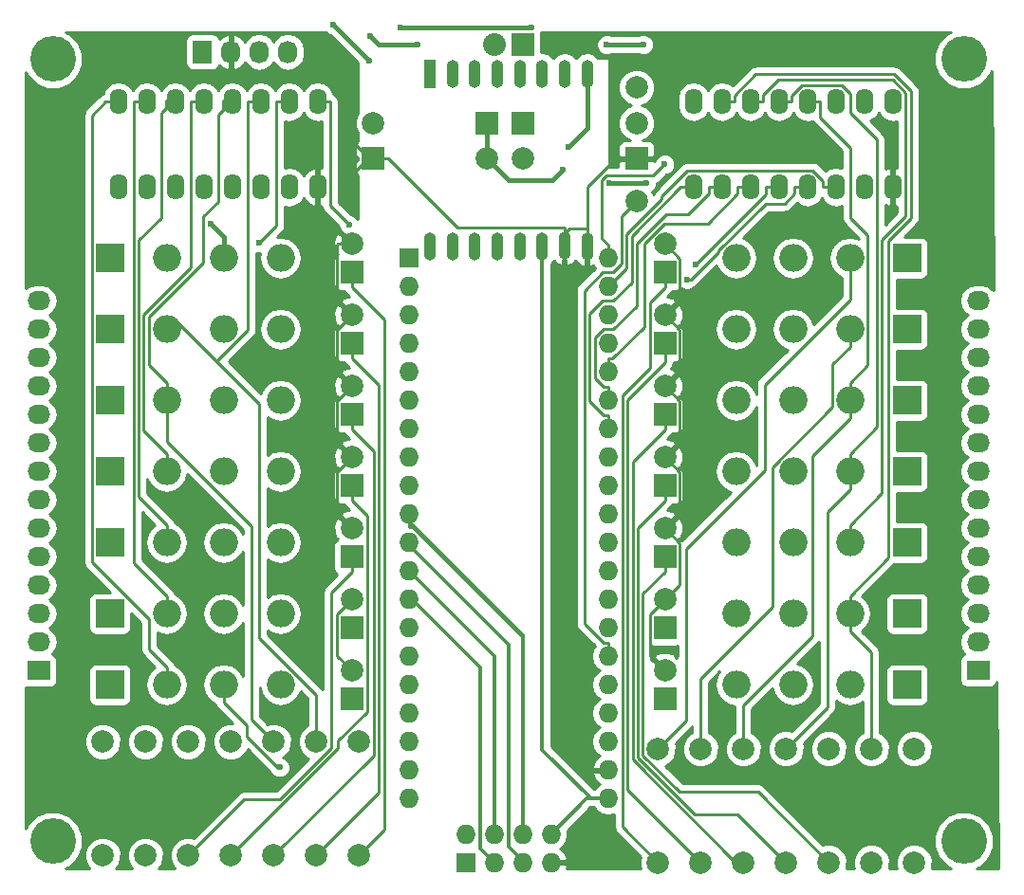
<source format=gbr>
G04 #@! TF.FileFunction,Copper,L2,Bot,Signal*
%FSLAX46Y46*%
G04 Gerber Fmt 4.6, Leading zero omitted, Abs format (unit mm)*
G04 Created by KiCad (PCBNEW (2015-10-05 BZR 6247)-product) date Sun 11 Oct 2015 07:31:11 PM AWST*
%MOMM*%
G01*
G04 APERTURE LIST*
%ADD10C,0.100000*%
%ADD11C,4.064000*%
%ADD12R,1.727200X1.727200*%
%ADD13O,1.727200X1.727200*%
%ADD14C,1.998980*%
%ADD15R,1.998980X1.998980*%
%ADD16R,2.000000X2.000000*%
%ADD17C,2.000000*%
%ADD18R,2.032000X2.032000*%
%ADD19O,2.032000X2.032000*%
%ADD20R,1.727200X2.032000*%
%ADD21O,1.727200X2.032000*%
%ADD22R,2.032000X1.727200*%
%ADD23O,2.032000X1.727200*%
%ADD24O,1.600000X2.300000*%
%ADD25R,2.500000X2.500000*%
%ADD26O,2.500000X2.500000*%
%ADD27R,1.100000X2.500000*%
%ADD28O,1.100000X2.500000*%
%ADD29C,0.600000*%
%ADD30C,0.400000*%
%ADD31C,0.300000*%
%ADD32C,0.250000*%
%ADD33C,0.254000*%
G04 APERTURE END LIST*
D10*
D11*
X148590000Y-78740000D03*
X148590000Y-148590000D03*
X229870000Y-148590000D03*
D12*
X180340000Y-96520000D03*
D13*
X198120000Y-96520000D03*
X180340000Y-99060000D03*
X198120000Y-99060000D03*
X180340000Y-101600000D03*
X198120000Y-101600000D03*
X180340000Y-104140000D03*
X198120000Y-104140000D03*
X180340000Y-106680000D03*
X198120000Y-106680000D03*
X180340000Y-109220000D03*
X198120000Y-109220000D03*
X180340000Y-111760000D03*
X198120000Y-111760000D03*
X180340000Y-114300000D03*
X198120000Y-114300000D03*
X180340000Y-116840000D03*
X198120000Y-116840000D03*
X180340000Y-119380000D03*
X198120000Y-119380000D03*
X180340000Y-121920000D03*
X198120000Y-121920000D03*
X180340000Y-124460000D03*
X198120000Y-124460000D03*
X180340000Y-127000000D03*
X198120000Y-127000000D03*
X180340000Y-129540000D03*
X198120000Y-129540000D03*
X180340000Y-132080000D03*
X198120000Y-132080000D03*
X180340000Y-134620000D03*
X198120000Y-134620000D03*
X180340000Y-137160000D03*
X198120000Y-137160000D03*
X180340000Y-139700000D03*
X198120000Y-139700000D03*
X180340000Y-142240000D03*
X198120000Y-142240000D03*
X180340000Y-144780000D03*
X198120000Y-144780000D03*
D14*
X177165000Y-84457540D03*
D15*
X187325000Y-84457540D03*
D14*
X187325000Y-87627460D03*
D15*
X177165000Y-87627460D03*
D14*
X200660000Y-84452460D03*
D15*
X190500000Y-84452460D03*
D14*
X190500000Y-87632540D03*
D15*
X200660000Y-87632540D03*
D16*
X203200000Y-135890000D03*
D17*
X203200000Y-133350000D03*
D16*
X203200000Y-129540000D03*
D17*
X203200000Y-127000000D03*
D16*
X203200000Y-123190000D03*
D17*
X203200000Y-120650000D03*
D16*
X203200000Y-116840000D03*
D17*
X203200000Y-114300000D03*
D16*
X203200000Y-110490000D03*
D17*
X203200000Y-107950000D03*
D16*
X203200000Y-104140000D03*
D17*
X203200000Y-101600000D03*
D16*
X203200000Y-97790000D03*
D17*
X203200000Y-95250000D03*
D16*
X175260000Y-135890000D03*
D17*
X175260000Y-133350000D03*
D16*
X175260000Y-129540000D03*
D17*
X175260000Y-127000000D03*
D16*
X175260000Y-123190000D03*
D17*
X175260000Y-120650000D03*
D16*
X175260000Y-116840000D03*
D17*
X175260000Y-114300000D03*
D16*
X175260000Y-110490000D03*
D17*
X175260000Y-107950000D03*
D16*
X175260000Y-104140000D03*
D17*
X175260000Y-101600000D03*
D16*
X175260000Y-97790000D03*
D17*
X175260000Y-95250000D03*
D18*
X190500000Y-77470000D03*
D19*
X187960000Y-77470000D03*
D12*
X185420000Y-150495000D03*
D13*
X185420000Y-147955000D03*
X187960000Y-150495000D03*
X187960000Y-147955000D03*
X190500000Y-150495000D03*
X190500000Y-147955000D03*
X193040000Y-150495000D03*
X193040000Y-147955000D03*
D20*
X161925000Y-78105000D03*
D21*
X164465000Y-78105000D03*
X167005000Y-78105000D03*
X169545000Y-78105000D03*
D22*
X147320000Y-133350000D03*
D23*
X147320000Y-130810000D03*
X147320000Y-128270000D03*
X147320000Y-125730000D03*
X147320000Y-123190000D03*
X147320000Y-120650000D03*
X147320000Y-118110000D03*
X147320000Y-115570000D03*
X147320000Y-113030000D03*
X147320000Y-110490000D03*
X147320000Y-107950000D03*
X147320000Y-105410000D03*
X147320000Y-102870000D03*
X147320000Y-100330000D03*
D22*
X231140000Y-133350000D03*
D23*
X231140000Y-130810000D03*
X231140000Y-128270000D03*
X231140000Y-125730000D03*
X231140000Y-123190000D03*
X231140000Y-120650000D03*
X231140000Y-118110000D03*
X231140000Y-115570000D03*
X231140000Y-113030000D03*
X231140000Y-110490000D03*
X231140000Y-107950000D03*
X231140000Y-105410000D03*
X231140000Y-102870000D03*
X231140000Y-100330000D03*
D14*
X200660000Y-81280000D03*
X200660000Y-91440000D03*
X225425000Y-140335000D03*
X225425000Y-150495000D03*
X221615000Y-140335000D03*
X221615000Y-150495000D03*
X217805000Y-140335000D03*
X217805000Y-150495000D03*
X213995000Y-140335000D03*
X213995000Y-150495000D03*
X210185000Y-140335000D03*
X210185000Y-150495000D03*
X206375000Y-140335000D03*
X206375000Y-150495000D03*
X202565000Y-140335000D03*
X202565000Y-150495000D03*
X153035000Y-139700000D03*
X153035000Y-149860000D03*
X156845000Y-139700000D03*
X156845000Y-149860000D03*
X160655000Y-139700000D03*
X160655000Y-149860000D03*
X164465000Y-139700000D03*
X164465000Y-149860000D03*
X168275000Y-139700000D03*
X168275000Y-149860000D03*
X172085000Y-139700000D03*
X172085000Y-149860000D03*
X175895000Y-139700000D03*
X175895000Y-149860000D03*
D24*
X154432000Y-90170000D03*
X156972000Y-90170000D03*
X159512000Y-90170000D03*
X162052000Y-90170000D03*
X164592000Y-90170000D03*
X167132000Y-90170000D03*
X169672000Y-90170000D03*
X172212000Y-90170000D03*
X172212000Y-82550000D03*
X169672000Y-82550000D03*
X167132000Y-82550000D03*
X164592000Y-82550000D03*
X162052000Y-82550000D03*
X159512000Y-82550000D03*
X156972000Y-82550000D03*
X154432000Y-82550000D03*
X205740000Y-90170000D03*
X208280000Y-90170000D03*
X210820000Y-90170000D03*
X213360000Y-90170000D03*
X215900000Y-90170000D03*
X218440000Y-90170000D03*
X220980000Y-90170000D03*
X223520000Y-90170000D03*
X223520000Y-82550000D03*
X220980000Y-82550000D03*
X218440000Y-82550000D03*
X215900000Y-82550000D03*
X213360000Y-82550000D03*
X210820000Y-82550000D03*
X208280000Y-82550000D03*
X205740000Y-82550000D03*
D25*
X224790000Y-109220000D03*
D26*
X219710000Y-109220000D03*
X214630000Y-109220000D03*
X209550000Y-109220000D03*
D25*
X153670000Y-102870000D03*
D26*
X158750000Y-102870000D03*
X163830000Y-102870000D03*
X168910000Y-102870000D03*
D25*
X153670000Y-96520000D03*
D26*
X158750000Y-96520000D03*
X163830000Y-96520000D03*
X168910000Y-96520000D03*
D25*
X224790000Y-134620000D03*
D26*
X219710000Y-134620000D03*
X214630000Y-134620000D03*
X209550000Y-134620000D03*
D25*
X224790000Y-102870000D03*
D26*
X219710000Y-102870000D03*
X214630000Y-102870000D03*
X209550000Y-102870000D03*
D25*
X224790000Y-128270000D03*
D26*
X219710000Y-128270000D03*
X214630000Y-128270000D03*
X209550000Y-128270000D03*
D25*
X224790000Y-121920000D03*
D26*
X219710000Y-121920000D03*
X214630000Y-121920000D03*
X209550000Y-121920000D03*
D25*
X224790000Y-115570000D03*
D26*
X219710000Y-115570000D03*
X214630000Y-115570000D03*
X209550000Y-115570000D03*
D25*
X153670000Y-134620000D03*
D26*
X158750000Y-134620000D03*
X163830000Y-134620000D03*
X168910000Y-134620000D03*
D25*
X153670000Y-128270000D03*
D26*
X158750000Y-128270000D03*
X163830000Y-128270000D03*
X168910000Y-128270000D03*
D25*
X153670000Y-121920000D03*
D26*
X158750000Y-121920000D03*
X163830000Y-121920000D03*
X168910000Y-121920000D03*
D25*
X153670000Y-115570000D03*
D26*
X158750000Y-115570000D03*
X163830000Y-115570000D03*
X168910000Y-115570000D03*
D25*
X153670000Y-109220000D03*
D26*
X158750000Y-109220000D03*
X163830000Y-109220000D03*
X168910000Y-109220000D03*
D25*
X224790000Y-96520000D03*
D26*
X219710000Y-96520000D03*
X214630000Y-96520000D03*
X209550000Y-96520000D03*
D27*
X182245000Y-80072000D03*
D28*
X184245000Y-80072000D03*
X186245000Y-80072000D03*
X188245000Y-80072000D03*
X190245000Y-80072000D03*
X192245000Y-80072000D03*
X194245000Y-80072000D03*
X196245000Y-80072000D03*
X196245000Y-95472000D03*
X194245000Y-95372000D03*
X192245000Y-95472000D03*
X190245000Y-95472000D03*
X188245000Y-95472000D03*
X186245000Y-95472000D03*
X184245000Y-95472000D03*
X182245000Y-95472000D03*
D11*
X229870000Y-78740000D03*
D29*
X179578000Y-75946000D03*
X191262000Y-75946000D03*
X194056000Y-88646000D03*
X198247000Y-89789000D03*
X201549000Y-89789000D03*
X176911000Y-76708000D03*
X181102000Y-77470000D03*
X171958000Y-87122000D03*
X173609000Y-75692000D03*
X176784000Y-78867000D03*
X201295000Y-77470000D03*
X197993000Y-77470000D03*
X162687000Y-93472000D03*
X168820000Y-141999000D03*
X175027200Y-93569800D03*
X167027300Y-95150200D03*
X194564000Y-86614000D03*
X203172000Y-88142400D03*
X205157000Y-98432700D03*
X205907000Y-97116400D03*
D30*
X179578000Y-75946000D02*
X191262000Y-75946000D01*
X189233000Y-89535000D02*
X187325000Y-87627500D01*
X193167000Y-89535000D02*
X189233000Y-89535000D01*
X194056000Y-88646000D02*
X193167000Y-89535000D01*
X201549000Y-89789000D02*
X198247000Y-89789000D01*
X177673000Y-77470000D02*
X181102000Y-77470000D01*
X176911000Y-76708000D02*
X177673000Y-77470000D01*
X187325000Y-84457500D02*
X187325000Y-87627500D01*
D31*
X177165000Y-87627460D02*
X176786540Y-87627460D01*
X176786540Y-87627460D02*
X175260000Y-89154000D01*
X177165000Y-87627460D02*
X176781460Y-87627460D01*
X176781460Y-87627460D02*
X175260000Y-86106000D01*
X172212000Y-90170000D02*
X172212000Y-87376000D01*
X172212000Y-87376000D02*
X171958000Y-87122000D01*
D32*
X173935000Y-119325000D02*
X175260000Y-120650000D01*
X173935000Y-115625000D02*
X173935000Y-119325000D01*
X175260000Y-114300000D02*
X173935000Y-115625000D01*
X173935000Y-106625000D02*
X175260000Y-107950000D01*
X173935000Y-102925000D02*
X173935000Y-106625000D01*
X175260000Y-101600000D02*
X173935000Y-102925000D01*
X173935000Y-109275000D02*
X175260000Y-107950000D01*
X173935000Y-112975000D02*
X173935000Y-109275000D01*
X175260000Y-114300000D02*
X173935000Y-112975000D01*
X201875000Y-128325000D02*
X203200000Y-127000000D01*
X201875000Y-132025000D02*
X201875000Y-128325000D01*
X203200000Y-133350000D02*
X201875000Y-132025000D01*
X204525000Y-100275000D02*
X203200000Y-101600000D01*
X204525000Y-96575400D02*
X204525000Y-100275000D01*
X203200000Y-95250000D02*
X204525000Y-96575400D01*
X194245000Y-93796700D02*
X194245000Y-94284300D01*
X184659000Y-93796700D02*
X194245000Y-93796700D01*
X178490000Y-87627500D02*
X184659000Y-93796700D01*
X177165000Y-87627500D02*
X178490000Y-87627500D01*
X194633000Y-93896700D02*
X196245000Y-93896700D01*
X194245000Y-94284300D02*
X194633000Y-93896700D01*
X196245000Y-94772000D02*
X196245000Y-93896700D01*
X196245000Y-90179100D02*
X196245000Y-93896700D01*
X198792000Y-87632500D02*
X196245000Y-90179100D01*
X200660000Y-87632500D02*
X198792000Y-87632500D01*
X204525000Y-106625000D02*
X203200000Y-107950000D01*
X204525000Y-102925000D02*
X204525000Y-106625000D01*
X203200000Y-101600000D02*
X204525000Y-102925000D01*
X204525000Y-121975000D02*
X203200000Y-120650000D01*
X204525000Y-125675000D02*
X204525000Y-121975000D01*
X203200000Y-127000000D02*
X204525000Y-125675000D01*
X173935000Y-100275000D02*
X175260000Y-101600000D01*
X173935000Y-95305400D02*
X173935000Y-100275000D01*
X173990000Y-95250000D02*
X173935000Y-95305400D01*
X175260000Y-95250000D02*
X173990000Y-95250000D01*
X204525000Y-112975000D02*
X203200000Y-114300000D01*
X204525000Y-109275000D02*
X204525000Y-112975000D01*
X203200000Y-107950000D02*
X204525000Y-109275000D01*
X204525000Y-119325000D02*
X203200000Y-120650000D01*
X204525000Y-115625000D02*
X204525000Y-119325000D01*
X203200000Y-114300000D02*
X204525000Y-115625000D01*
X173935000Y-132025000D02*
X175260000Y-133350000D01*
X173935000Y-128325000D02*
X173935000Y-132025000D01*
X175260000Y-127000000D02*
X173935000Y-128325000D01*
X194245000Y-94772000D02*
X194245000Y-94284300D01*
D30*
X176784000Y-78867000D02*
X173609000Y-75692000D01*
X197993000Y-77470000D02*
X201295000Y-77470000D01*
D32*
X211518000Y-144208000D02*
X217805000Y-150495000D01*
X204493000Y-144208000D02*
X211518000Y-144208000D01*
X201210000Y-140925000D02*
X204493000Y-144208000D01*
X201210000Y-126505000D02*
X201210000Y-140925000D01*
X203200000Y-124515000D02*
X201210000Y-126505000D01*
X203200000Y-123190000D02*
X203200000Y-124515000D01*
X209698000Y-146198000D02*
X213995000Y-150495000D01*
X205846000Y-146198000D02*
X209698000Y-146198000D01*
X200760000Y-141111000D02*
X205846000Y-146198000D01*
X200760000Y-120606000D02*
X200760000Y-141111000D01*
X203200000Y-118165000D02*
X200760000Y-120606000D01*
X203200000Y-116840000D02*
X203200000Y-118165000D01*
X209506000Y-150495000D02*
X210185000Y-150495000D01*
X200309000Y-141298000D02*
X209506000Y-150495000D01*
X200309000Y-114706000D02*
X200309000Y-141298000D01*
X203200000Y-111815000D02*
X200309000Y-114706000D01*
X203200000Y-110490000D02*
X203200000Y-111815000D01*
X203200000Y-105852000D02*
X203200000Y-104140000D01*
X199859000Y-109193000D02*
X203200000Y-105852000D01*
X199859000Y-143979000D02*
X199859000Y-109193000D01*
X206375000Y-150495000D02*
X199859000Y-143979000D01*
X203200000Y-99115300D02*
X203200000Y-97790000D01*
X201875000Y-100441000D02*
X203200000Y-99115300D01*
X201875000Y-106315000D02*
X201875000Y-100441000D01*
X199409000Y-108781000D02*
X201875000Y-106315000D01*
X199409000Y-147339000D02*
X199409000Y-108781000D01*
X202565000Y-150495000D02*
X199409000Y-147339000D01*
X165640000Y-144875000D02*
X160655000Y-149860000D01*
X168825000Y-144875000D02*
X165640000Y-144875000D01*
X173413000Y-140288000D02*
X168825000Y-144875000D01*
X173413000Y-126362000D02*
X173413000Y-140288000D01*
X175260000Y-124515000D02*
X173413000Y-126362000D01*
X175260000Y-123190000D02*
X175260000Y-124515000D01*
X164478000Y-149860000D02*
X164465000Y-149860000D01*
X174058000Y-140279000D02*
X164478000Y-149860000D01*
X174058000Y-139610000D02*
X174058000Y-140279000D01*
X176604000Y-137064000D02*
X174058000Y-139610000D01*
X176604000Y-119509000D02*
X176604000Y-137064000D01*
X175260000Y-118165000D02*
X176604000Y-119509000D01*
X175260000Y-116840000D02*
X175260000Y-118165000D01*
X177225000Y-140910000D02*
X168275000Y-149860000D01*
X177225000Y-113781000D02*
X177225000Y-140910000D01*
X175260000Y-111815000D02*
X177225000Y-113781000D01*
X175260000Y-110490000D02*
X175260000Y-111815000D01*
X177676000Y-144269000D02*
X172085000Y-149860000D01*
X177676000Y-107882000D02*
X177676000Y-144269000D01*
X175260000Y-105465000D02*
X177676000Y-107882000D01*
X175260000Y-104140000D02*
X175260000Y-105465000D01*
X178178000Y-147577000D02*
X175895000Y-149860000D01*
X178178000Y-102034000D02*
X178178000Y-147577000D01*
X175260000Y-99115300D02*
X178178000Y-102034000D01*
X175260000Y-97790000D02*
X175260000Y-99115300D01*
X152070400Y-83786300D02*
X153306700Y-82550000D01*
X152070400Y-123692300D02*
X152070400Y-83786300D01*
X157174700Y-128796600D02*
X152070400Y-123692300D01*
X157174700Y-131469400D02*
X157174700Y-128796600D01*
X158750000Y-133044700D02*
X157174700Y-131469400D01*
X158750000Y-134620000D02*
X158750000Y-133044700D01*
X154432000Y-82550000D02*
X153306700Y-82550000D01*
D30*
X163830000Y-94615000D02*
X163830000Y-96520000D01*
X162687000Y-93472000D02*
X163830000Y-94615000D01*
D32*
X168621000Y-141999000D02*
X168820000Y-141999000D01*
X165861000Y-139239000D02*
X168621000Y-141999000D01*
X165861000Y-138226000D02*
X165861000Y-139239000D01*
X163830000Y-136195000D02*
X165861000Y-138226000D01*
X163830000Y-134620000D02*
X163830000Y-136195000D01*
X173337300Y-91879900D02*
X175027200Y-93569800D01*
X173337300Y-82550000D02*
X173337300Y-91879900D01*
X172212000Y-82550000D02*
X173337300Y-82550000D01*
X155781400Y-82615300D02*
X155846700Y-82550000D01*
X155781400Y-123726100D02*
X155781400Y-82615300D01*
X158750000Y-126694700D02*
X155781400Y-123726100D01*
X158750000Y-128270000D02*
X158750000Y-126694700D01*
X156972000Y-82550000D02*
X155846700Y-82550000D01*
X158242000Y-83566000D02*
X158750000Y-83058000D01*
X158242000Y-92926700D02*
X158242000Y-83566000D01*
X156236700Y-94932000D02*
X158242000Y-92926700D01*
X156236700Y-117831400D02*
X156236700Y-94932000D01*
X158750000Y-120344700D02*
X156236700Y-117831400D01*
X158750000Y-121920000D02*
X158750000Y-120344700D01*
D31*
X158750000Y-82550000D02*
X158750000Y-82804000D01*
X158750000Y-82804000D02*
X158750000Y-83058000D01*
D32*
X159258000Y-82804000D02*
X159512000Y-82550000D01*
X158750000Y-82804000D02*
X159258000Y-82804000D01*
X160926700Y-97340900D02*
X160926700Y-82550000D01*
X156700100Y-101567500D02*
X160926700Y-97340900D01*
X156700100Y-111944800D02*
X156700100Y-101567500D01*
X158750000Y-113994700D02*
X156700100Y-111944800D01*
X158750000Y-115570000D02*
X158750000Y-113994700D01*
X162052000Y-82550000D02*
X160926700Y-82550000D01*
X166311000Y-137736000D02*
X168275000Y-139700000D01*
X166311000Y-120448000D02*
X166311000Y-137736000D01*
X158750000Y-112886000D02*
X166311000Y-120448000D01*
X158750000Y-109220000D02*
X158750000Y-112886000D01*
D31*
X163830000Y-82550000D02*
X163830000Y-82867500D01*
D32*
X164274500Y-82867500D02*
X164592000Y-82550000D01*
X163830000Y-82867500D02*
X164274500Y-82867500D01*
D31*
X163830000Y-82867500D02*
X163830000Y-83185000D01*
D32*
X157174700Y-106069400D02*
X158750000Y-107644700D01*
X157174700Y-101748200D02*
X157174700Y-106069400D01*
X161975200Y-96947700D02*
X157174700Y-101748200D01*
X161975200Y-92814300D02*
X161975200Y-96947700D01*
X163322000Y-91467500D02*
X161975200Y-92814300D01*
X163322000Y-83693000D02*
X163322000Y-91467500D01*
X163830000Y-83185000D02*
X163322000Y-83693000D01*
X158750000Y-109220000D02*
X158750000Y-107644700D01*
D31*
X159543000Y-102077000D02*
X158750000Y-102870000D01*
D32*
X159543000Y-102077000D02*
X163197000Y-105731000D01*
X172085000Y-135534000D02*
X172085000Y-139700000D01*
X167001000Y-130449000D02*
X172085000Y-135534000D01*
X167001000Y-109535000D02*
X167001000Y-130449000D01*
X163197000Y-105731000D02*
X167001000Y-109535000D01*
X166006700Y-102921300D02*
X166006700Y-82550000D01*
X163197000Y-105731000D02*
X166006700Y-102921300D01*
X167132000Y-82550000D02*
X166006700Y-82550000D01*
X168546700Y-93630800D02*
X168546700Y-82550000D01*
X167027300Y-95150200D02*
X168546700Y-93630800D01*
X169672000Y-82550000D02*
X168546700Y-82550000D01*
X219710000Y-129845000D02*
X219710000Y-128270000D01*
X221615000Y-131750000D02*
X219710000Y-129845000D01*
X221615000Y-140335000D02*
X221615000Y-131750000D01*
X219710000Y-126695000D02*
X219710000Y-128270000D01*
X223150000Y-123255000D02*
X219710000Y-126695000D01*
X223150000Y-94944600D02*
X223150000Y-123255000D01*
X225154000Y-92940500D02*
X223150000Y-94944600D01*
X225154000Y-81593300D02*
X225154000Y-92940500D01*
X223666000Y-80106100D02*
X225154000Y-81593300D01*
X211286000Y-80106100D02*
X223666000Y-80106100D01*
X209405000Y-81987300D02*
X211286000Y-80106100D01*
X209405000Y-82550000D02*
X209405000Y-81987300D01*
X208280000Y-82550000D02*
X209405000Y-82550000D01*
X219710000Y-120345000D02*
X219710000Y-121920000D01*
X222556000Y-117499000D02*
X219710000Y-120345000D01*
X222556000Y-94901600D02*
X222556000Y-117499000D01*
X224675000Y-92782600D02*
X222556000Y-94901600D01*
X224675000Y-81751200D02*
X224675000Y-92782600D01*
X223543000Y-80619600D02*
X224675000Y-81751200D01*
X213300000Y-80619600D02*
X223543000Y-80619600D01*
X211945000Y-81974400D02*
X213300000Y-80619600D01*
X211945000Y-82550000D02*
X211945000Y-81974400D01*
X210820000Y-82550000D02*
X211945000Y-82550000D01*
X219710000Y-117145000D02*
X219710000Y-115570000D01*
X217684000Y-119171000D02*
X219710000Y-117145000D01*
X217684000Y-136646000D02*
X217684000Y-119171000D01*
X213995000Y-140335000D02*
X217684000Y-136646000D01*
X219710000Y-113995000D02*
X219710000Y-115570000D01*
X222105000Y-111599000D02*
X219710000Y-113995000D01*
X222105000Y-85949800D02*
X222105000Y-111599000D01*
X219730000Y-83574800D02*
X222105000Y-85949800D01*
X219730000Y-81855900D02*
X219730000Y-83574800D01*
X218944000Y-81070000D02*
X219730000Y-81855900D01*
X215403000Y-81070000D02*
X218944000Y-81070000D01*
X214485000Y-81987300D02*
X215403000Y-81070000D01*
X214485000Y-82550000D02*
X214485000Y-81987300D01*
X213360000Y-82550000D02*
X214485000Y-82550000D01*
X219710000Y-107645000D02*
X219710000Y-109220000D01*
X221288000Y-106067000D02*
X219710000Y-107645000D01*
X221288000Y-94464800D02*
X221288000Y-106067000D01*
X219731000Y-92907400D02*
X221288000Y-94464800D01*
X219731000Y-86647600D02*
X219731000Y-92907400D01*
X217025000Y-83942300D02*
X219731000Y-86647600D01*
X217025000Y-82550000D02*
X217025000Y-83942300D01*
X215900000Y-82550000D02*
X217025000Y-82550000D01*
X210185000Y-136459000D02*
X210185000Y-140335000D01*
X216334000Y-130311000D02*
X210185000Y-136459000D01*
X216334000Y-114172000D02*
X216334000Y-130311000D01*
X219710000Y-110795000D02*
X216334000Y-114172000D01*
X219710000Y-109220000D02*
X219710000Y-110795000D01*
X206375000Y-134080000D02*
X206375000Y-140335000D01*
X212765000Y-127690000D02*
X206375000Y-134080000D01*
X212765000Y-115184000D02*
X212765000Y-127690000D01*
X218135000Y-109814000D02*
X212765000Y-115184000D01*
X218135000Y-106021000D02*
X218135000Y-109814000D01*
X219710000Y-104445000D02*
X218135000Y-106021000D01*
X219710000Y-102870000D02*
X219710000Y-104445000D01*
X219710000Y-100186000D02*
X219710000Y-96520000D01*
X212090000Y-107806000D02*
X219710000Y-100186000D01*
X212090000Y-115426000D02*
X212090000Y-107806000D01*
X205050000Y-122466000D02*
X212090000Y-115426000D01*
X205050000Y-137850000D02*
X205050000Y-122466000D01*
X202565000Y-140335000D02*
X205050000Y-137850000D01*
D31*
X186690000Y-149225000D02*
X187960000Y-150495000D01*
X186690000Y-133096000D02*
X186690000Y-149225000D01*
X180594000Y-127000000D02*
X186690000Y-133096000D01*
X180340000Y-127000000D02*
X180594000Y-127000000D01*
X187960000Y-132080000D02*
X180340000Y-124460000D01*
X187960000Y-147955000D02*
X187960000Y-132080000D01*
X180340000Y-122174000D02*
X180340000Y-121920000D01*
X189230000Y-131064000D02*
X180340000Y-122174000D01*
X189230000Y-149098000D02*
X189230000Y-131064000D01*
X190500000Y-150368000D02*
X189230000Y-149098000D01*
X190500000Y-150495000D02*
X190500000Y-150368000D01*
X190500000Y-130175000D02*
X190500000Y-130357000D01*
X180340000Y-120015000D02*
X190500000Y-130175000D01*
X180340000Y-119380000D02*
X180340000Y-120015000D01*
X190500000Y-130357000D02*
X190500000Y-147955000D01*
D32*
X180712000Y-120569000D02*
X190500000Y-130357000D01*
X180340000Y-120569000D02*
X180712000Y-120569000D01*
X180340000Y-119380000D02*
X180340000Y-120569000D01*
X190500000Y-130357000D02*
X190500000Y-147955000D01*
D31*
X196596000Y-144780000D02*
X198120000Y-144780000D01*
X192245000Y-140429000D02*
X196596000Y-144780000D01*
X192245000Y-94772000D02*
X192245000Y-140429000D01*
D30*
X196245000Y-84933000D02*
X196245000Y-80772000D01*
X194564000Y-86614000D02*
X196245000Y-84933000D01*
D31*
X198120000Y-144780000D02*
X196596000Y-144780000D01*
X196215000Y-144780000D02*
X193040000Y-147955000D01*
X196596000Y-144780000D02*
X196215000Y-144780000D01*
D32*
X199328000Y-92772300D02*
X200660000Y-91440000D01*
X199328000Y-97001700D02*
X199328000Y-92772300D01*
X198539000Y-97790000D02*
X199328000Y-97001700D01*
X197656000Y-97790000D02*
X198539000Y-97790000D01*
X196003000Y-99442800D02*
X197656000Y-97790000D01*
X196003000Y-129146000D02*
X196003000Y-99442800D01*
X197748000Y-130891000D02*
X196003000Y-129146000D01*
X198120000Y-130891000D02*
X197748000Y-130891000D01*
X198120000Y-132080000D02*
X198120000Y-130891000D01*
X202151000Y-89163600D02*
X203172000Y-88142400D01*
X197963000Y-89163600D02*
X202151000Y-89163600D01*
X197584000Y-89543200D02*
X197963000Y-89163600D01*
X197584000Y-94794800D02*
X197584000Y-89543200D01*
X198120000Y-95331100D02*
X197584000Y-94794800D01*
X198120000Y-96520000D02*
X198120000Y-95331100D01*
X199785000Y-97395000D02*
X198120000Y-99060000D01*
X199785000Y-94362800D02*
X199785000Y-97395000D01*
X202894000Y-91253500D02*
X199785000Y-94362800D01*
X202894000Y-90999700D02*
X202894000Y-91253500D01*
X205212000Y-88682400D02*
X202894000Y-90999700D01*
X216390000Y-88682400D02*
X205212000Y-88682400D01*
X217315000Y-89607400D02*
X216390000Y-88682400D01*
X217315000Y-90170000D02*
X217315000Y-89607400D01*
X218440000Y-90170000D02*
X217315000Y-90170000D01*
X205494000Y-98432700D02*
X205157000Y-98432700D01*
X207975000Y-95952500D02*
X205494000Y-98432700D01*
X207975000Y-95838200D02*
X207975000Y-95952500D01*
X212167000Y-91645400D02*
X207975000Y-95838200D01*
X213862000Y-91645400D02*
X212167000Y-91645400D01*
X214775000Y-90732600D02*
X213862000Y-91645400D01*
X214775000Y-90170000D02*
X214775000Y-90732600D01*
X215900000Y-90170000D02*
X214775000Y-90170000D01*
X212235000Y-90788700D02*
X205907000Y-97116400D01*
X212235000Y-90170000D02*
X212235000Y-90788700D01*
X213360000Y-90170000D02*
X212235000Y-90170000D01*
X209695000Y-90170000D02*
X210820000Y-90170000D01*
X209695000Y-90732600D02*
X209695000Y-90170000D01*
X207009000Y-93418100D02*
X209695000Y-90732600D01*
X203142000Y-93418100D02*
X207009000Y-93418100D01*
X201323000Y-95237000D02*
X203142000Y-93418100D01*
X201323000Y-102659000D02*
X201323000Y-95237000D01*
X198492000Y-105491000D02*
X201323000Y-102659000D01*
X198120000Y-105491000D02*
X198492000Y-105491000D01*
X198120000Y-106680000D02*
X198120000Y-105491000D01*
X207155000Y-90170000D02*
X208280000Y-90170000D01*
X207155000Y-90731000D02*
X207155000Y-90170000D01*
X205287000Y-92598800D02*
X207155000Y-90731000D01*
X203324000Y-92598800D02*
X205287000Y-92598800D01*
X200686000Y-95237600D02*
X203324000Y-92598800D01*
X200686000Y-100786000D02*
X200686000Y-95237600D01*
X198602000Y-102870000D02*
X200686000Y-100786000D01*
X197684000Y-102870000D02*
X198602000Y-102870000D01*
X196931000Y-103622000D02*
X197684000Y-102870000D01*
X196931000Y-107214000D02*
X196931000Y-103622000D01*
X197748000Y-108031000D02*
X196931000Y-107214000D01*
X198120000Y-108031000D02*
X197748000Y-108031000D01*
X198120000Y-109220000D02*
X198120000Y-108031000D01*
X204615000Y-90170000D02*
X205740000Y-90170000D01*
X200235000Y-94549400D02*
X204615000Y-90170000D01*
X200235000Y-98662000D02*
X200235000Y-94549400D01*
X198567000Y-100330000D02*
X200235000Y-98662000D01*
X197654000Y-100330000D02*
X198567000Y-100330000D01*
X196453000Y-101531000D02*
X197654000Y-100330000D01*
X196453000Y-109276000D02*
X196453000Y-101531000D01*
X197748000Y-110571000D02*
X196453000Y-109276000D01*
X198120000Y-110571000D02*
X197748000Y-110571000D01*
X198120000Y-111760000D02*
X198120000Y-110571000D01*
D33*
G36*
X173078673Y-76484192D02*
X173320910Y-76584778D01*
X175768000Y-79031868D01*
X175768000Y-83559737D01*
X175530794Y-84130993D01*
X175530226Y-84781234D01*
X175768000Y-85356691D01*
X175768000Y-86127455D01*
X175627183Y-86268271D01*
X175530510Y-86501660D01*
X175530510Y-87341710D01*
X175689260Y-87500460D01*
X175768000Y-87500460D01*
X175768000Y-87754460D01*
X175689260Y-87754460D01*
X175530510Y-87913210D01*
X175530510Y-88753260D01*
X175627183Y-88986649D01*
X175768000Y-89127465D01*
X175768000Y-92988449D01*
X175557527Y-92777608D01*
X175213999Y-92634962D01*
X175167124Y-92634921D01*
X174097300Y-91565098D01*
X174097300Y-82550000D01*
X174039448Y-82259161D01*
X173874701Y-82012599D01*
X173628139Y-81847852D01*
X173582087Y-81838692D01*
X173537767Y-81615879D01*
X173226698Y-81150332D01*
X172761151Y-80839263D01*
X172212000Y-80730030D01*
X171662849Y-80839263D01*
X171197302Y-81150332D01*
X170942000Y-81532418D01*
X170686698Y-81150332D01*
X170221151Y-80839263D01*
X169672000Y-80730030D01*
X169122849Y-80839263D01*
X168657302Y-81150332D01*
X168402000Y-81532418D01*
X168146698Y-81150332D01*
X167681151Y-80839263D01*
X167132000Y-80730030D01*
X166582849Y-80839263D01*
X166117302Y-81150332D01*
X165862000Y-81532418D01*
X165606698Y-81150332D01*
X165141151Y-80839263D01*
X164592000Y-80730030D01*
X164042849Y-80839263D01*
X163577302Y-81150332D01*
X163322000Y-81532418D01*
X163066698Y-81150332D01*
X162601151Y-80839263D01*
X162052000Y-80730030D01*
X161502849Y-80839263D01*
X161037302Y-81150332D01*
X160782000Y-81532418D01*
X160526698Y-81150332D01*
X160061151Y-80839263D01*
X159512000Y-80730030D01*
X158962849Y-80839263D01*
X158497302Y-81150332D01*
X158242000Y-81532418D01*
X157986698Y-81150332D01*
X157521151Y-80839263D01*
X156972000Y-80730030D01*
X156422849Y-80839263D01*
X155957302Y-81150332D01*
X155702000Y-81532418D01*
X155446698Y-81150332D01*
X154981151Y-80839263D01*
X154432000Y-80730030D01*
X153882849Y-80839263D01*
X153417302Y-81150332D01*
X153106233Y-81615879D01*
X153061913Y-81838691D01*
X153015860Y-81847852D01*
X152769299Y-82012599D01*
X151532999Y-83248899D01*
X151368252Y-83495461D01*
X151310400Y-83786300D01*
X151310400Y-123692300D01*
X151368252Y-123983139D01*
X151532999Y-124229701D01*
X153675858Y-126372560D01*
X152420000Y-126372560D01*
X152184683Y-126416838D01*
X151968559Y-126555910D01*
X151823569Y-126768110D01*
X151772560Y-127020000D01*
X151772560Y-129520000D01*
X151816838Y-129755317D01*
X151955910Y-129971441D01*
X152168110Y-130116431D01*
X152420000Y-130167440D01*
X154920000Y-130167440D01*
X155155317Y-130123162D01*
X155371441Y-129984090D01*
X155516431Y-129771890D01*
X155567440Y-129520000D01*
X155567440Y-128264142D01*
X156414700Y-129111402D01*
X156414700Y-131469400D01*
X156472552Y-131760239D01*
X156637299Y-132006801D01*
X157694993Y-133064495D01*
X157417104Y-133250175D01*
X157008487Y-133861713D01*
X156865000Y-134583071D01*
X156865000Y-134656929D01*
X157008487Y-135378287D01*
X157417104Y-135989825D01*
X158028642Y-136398442D01*
X158750000Y-136541929D01*
X159471358Y-136398442D01*
X160082896Y-135989825D01*
X160491513Y-135378287D01*
X160635000Y-134656929D01*
X160635000Y-134583071D01*
X160491513Y-133861713D01*
X160082896Y-133250175D01*
X159471358Y-132841558D01*
X159469519Y-132841192D01*
X159452148Y-132753861D01*
X159287401Y-132507299D01*
X157934700Y-131154598D01*
X157934700Y-129985672D01*
X158028642Y-130048442D01*
X158750000Y-130191929D01*
X159471358Y-130048442D01*
X160082896Y-129639825D01*
X160491513Y-129028287D01*
X160635000Y-128306929D01*
X160635000Y-128233071D01*
X160491513Y-127511713D01*
X160082896Y-126900175D01*
X159471358Y-126491558D01*
X159469520Y-126491192D01*
X159452148Y-126403860D01*
X159287401Y-126157299D01*
X156541400Y-123411298D01*
X156541400Y-119210902D01*
X157694993Y-120364495D01*
X157417104Y-120550175D01*
X157008487Y-121161713D01*
X156865000Y-121883071D01*
X156865000Y-121956929D01*
X157008487Y-122678287D01*
X157417104Y-123289825D01*
X158028642Y-123698442D01*
X158750000Y-123841929D01*
X159471358Y-123698442D01*
X160082896Y-123289825D01*
X160491513Y-122678287D01*
X160635000Y-121956929D01*
X160635000Y-121883071D01*
X160491513Y-121161713D01*
X160082896Y-120550175D01*
X159471358Y-120141558D01*
X159469519Y-120141192D01*
X159452148Y-120053861D01*
X159287401Y-119807299D01*
X156996700Y-117516598D01*
X156996700Y-116269030D01*
X157008487Y-116328287D01*
X157417104Y-116939825D01*
X158028642Y-117348442D01*
X158750000Y-117491929D01*
X159471358Y-117348442D01*
X160082896Y-116939825D01*
X160491513Y-116328287D01*
X160595316Y-115806434D01*
X165551000Y-120762774D01*
X165551000Y-121131013D01*
X165162896Y-120550175D01*
X164551358Y-120141558D01*
X163830000Y-119998071D01*
X163108642Y-120141558D01*
X162497104Y-120550175D01*
X162088487Y-121161713D01*
X161945000Y-121883071D01*
X161945000Y-121956929D01*
X162088487Y-122678287D01*
X162497104Y-123289825D01*
X163108642Y-123698442D01*
X163830000Y-123841929D01*
X164551358Y-123698442D01*
X165162896Y-123289825D01*
X165551000Y-122708987D01*
X165551000Y-127481013D01*
X165162896Y-126900175D01*
X164551358Y-126491558D01*
X163830000Y-126348071D01*
X163108642Y-126491558D01*
X162497104Y-126900175D01*
X162088487Y-127511713D01*
X161945000Y-128233071D01*
X161945000Y-128306929D01*
X162088487Y-129028287D01*
X162497104Y-129639825D01*
X163108642Y-130048442D01*
X163830000Y-130191929D01*
X164551358Y-130048442D01*
X165162896Y-129639825D01*
X165551000Y-129058987D01*
X165551000Y-133831013D01*
X165162896Y-133250175D01*
X164551358Y-132841558D01*
X163830000Y-132698071D01*
X163108642Y-132841558D01*
X162497104Y-133250175D01*
X162088487Y-133861713D01*
X161945000Y-134583071D01*
X161945000Y-134656929D01*
X162088487Y-135378287D01*
X162497104Y-135989825D01*
X163108642Y-136398442D01*
X163110543Y-136398820D01*
X163127852Y-136485839D01*
X163292599Y-136732401D01*
X164625847Y-138065649D01*
X164141306Y-138065226D01*
X163540345Y-138313538D01*
X163080154Y-138772927D01*
X162830794Y-139373453D01*
X162830226Y-140023694D01*
X163078538Y-140624655D01*
X163537927Y-141084846D01*
X164138453Y-141334206D01*
X164788694Y-141334774D01*
X165389655Y-141086462D01*
X165849846Y-140627073D01*
X165945034Y-140397836D01*
X167992903Y-142445705D01*
X168026883Y-142527943D01*
X168289673Y-142791192D01*
X168633201Y-142933838D01*
X169005167Y-142934162D01*
X169348943Y-142792117D01*
X169612192Y-142529327D01*
X169754838Y-142185799D01*
X169755162Y-141813833D01*
X169613117Y-141470057D01*
X169350327Y-141206808D01*
X169129907Y-141115281D01*
X169199655Y-141086462D01*
X169659846Y-140627073D01*
X169909206Y-140026547D01*
X169909774Y-139376306D01*
X169661462Y-138775345D01*
X169202073Y-138315154D01*
X168601547Y-138065794D01*
X167951306Y-138065226D01*
X167784111Y-138134309D01*
X167071000Y-137421198D01*
X167071000Y-134888187D01*
X167168487Y-135378287D01*
X167577104Y-135989825D01*
X168188642Y-136398442D01*
X168910000Y-136541929D01*
X169631358Y-136398442D01*
X170242896Y-135989825D01*
X170651513Y-135378287D01*
X170685216Y-135208849D01*
X171325000Y-135848758D01*
X171325000Y-138245504D01*
X171160345Y-138313538D01*
X170700154Y-138772927D01*
X170450794Y-139373453D01*
X170450226Y-140023694D01*
X170698538Y-140624655D01*
X171157927Y-141084846D01*
X171428630Y-141197252D01*
X168510246Y-144115000D01*
X165640000Y-144115000D01*
X165349161Y-144172852D01*
X165102599Y-144337599D01*
X161146083Y-148294115D01*
X160981547Y-148225794D01*
X160331306Y-148225226D01*
X159730345Y-148473538D01*
X159270154Y-148932927D01*
X159020794Y-149533453D01*
X159020226Y-150183694D01*
X159268538Y-150784655D01*
X159486502Y-151003000D01*
X158013542Y-151003000D01*
X158229846Y-150787073D01*
X158479206Y-150186547D01*
X158479774Y-149536306D01*
X158231462Y-148935345D01*
X157772073Y-148475154D01*
X157171547Y-148225794D01*
X156521306Y-148225226D01*
X155920345Y-148473538D01*
X155460154Y-148932927D01*
X155210794Y-149533453D01*
X155210226Y-150183694D01*
X155458538Y-150784655D01*
X155676502Y-151003000D01*
X154203542Y-151003000D01*
X154419846Y-150787073D01*
X154669206Y-150186547D01*
X154669774Y-149536306D01*
X154421462Y-148935345D01*
X153962073Y-148475154D01*
X153361547Y-148225794D01*
X152711306Y-148225226D01*
X152110345Y-148473538D01*
X151650154Y-148932927D01*
X151400794Y-149533453D01*
X151400226Y-150183694D01*
X151648538Y-150784655D01*
X151866502Y-151003000D01*
X149734017Y-151003000D01*
X150098761Y-150852291D01*
X150849655Y-150102707D01*
X151256536Y-149122827D01*
X151257462Y-148061828D01*
X150852291Y-147081239D01*
X150102707Y-146330345D01*
X149122827Y-145923464D01*
X148061828Y-145922538D01*
X147081239Y-146327709D01*
X146330345Y-147077293D01*
X146177000Y-147446589D01*
X146177000Y-140023694D01*
X151400226Y-140023694D01*
X151648538Y-140624655D01*
X152107927Y-141084846D01*
X152708453Y-141334206D01*
X153358694Y-141334774D01*
X153959655Y-141086462D01*
X154419846Y-140627073D01*
X154669206Y-140026547D01*
X154669208Y-140023694D01*
X155210226Y-140023694D01*
X155458538Y-140624655D01*
X155917927Y-141084846D01*
X156518453Y-141334206D01*
X157168694Y-141334774D01*
X157769655Y-141086462D01*
X158229846Y-140627073D01*
X158479206Y-140026547D01*
X158479208Y-140023694D01*
X159020226Y-140023694D01*
X159268538Y-140624655D01*
X159727927Y-141084846D01*
X160328453Y-141334206D01*
X160978694Y-141334774D01*
X161579655Y-141086462D01*
X162039846Y-140627073D01*
X162289206Y-140026547D01*
X162289774Y-139376306D01*
X162041462Y-138775345D01*
X161582073Y-138315154D01*
X160981547Y-138065794D01*
X160331306Y-138065226D01*
X159730345Y-138313538D01*
X159270154Y-138772927D01*
X159020794Y-139373453D01*
X159020226Y-140023694D01*
X158479208Y-140023694D01*
X158479774Y-139376306D01*
X158231462Y-138775345D01*
X157772073Y-138315154D01*
X157171547Y-138065794D01*
X156521306Y-138065226D01*
X155920345Y-138313538D01*
X155460154Y-138772927D01*
X155210794Y-139373453D01*
X155210226Y-140023694D01*
X154669208Y-140023694D01*
X154669774Y-139376306D01*
X154421462Y-138775345D01*
X153962073Y-138315154D01*
X153361547Y-138065794D01*
X152711306Y-138065226D01*
X152110345Y-138313538D01*
X151650154Y-138772927D01*
X151400794Y-139373453D01*
X151400226Y-140023694D01*
X146177000Y-140023694D01*
X146177000Y-134835322D01*
X146304000Y-134861040D01*
X148336000Y-134861040D01*
X148571317Y-134816762D01*
X148787441Y-134677690D01*
X148932431Y-134465490D01*
X148983440Y-134213600D01*
X148983440Y-133370000D01*
X151772560Y-133370000D01*
X151772560Y-135870000D01*
X151816838Y-136105317D01*
X151955910Y-136321441D01*
X152168110Y-136466431D01*
X152420000Y-136517440D01*
X154920000Y-136517440D01*
X155155317Y-136473162D01*
X155371441Y-136334090D01*
X155516431Y-136121890D01*
X155567440Y-135870000D01*
X155567440Y-133370000D01*
X155523162Y-133134683D01*
X155384090Y-132918559D01*
X155171890Y-132773569D01*
X154920000Y-132722560D01*
X152420000Y-132722560D01*
X152184683Y-132766838D01*
X151968559Y-132905910D01*
X151823569Y-133118110D01*
X151772560Y-133370000D01*
X148983440Y-133370000D01*
X148983440Y-132486400D01*
X148939162Y-132251083D01*
X148800090Y-132034959D01*
X148587890Y-131889969D01*
X148546561Y-131881600D01*
X148564415Y-131869670D01*
X148889271Y-131383489D01*
X149003345Y-130810000D01*
X148889271Y-130236511D01*
X148564415Y-129750330D01*
X148249634Y-129540000D01*
X148564415Y-129329670D01*
X148889271Y-128843489D01*
X149003345Y-128270000D01*
X148889271Y-127696511D01*
X148564415Y-127210330D01*
X148249634Y-127000000D01*
X148564415Y-126789670D01*
X148889271Y-126303489D01*
X149003345Y-125730000D01*
X148889271Y-125156511D01*
X148564415Y-124670330D01*
X148249634Y-124460000D01*
X148564415Y-124249670D01*
X148889271Y-123763489D01*
X149003345Y-123190000D01*
X148889271Y-122616511D01*
X148564415Y-122130330D01*
X148249634Y-121920000D01*
X148564415Y-121709670D01*
X148889271Y-121223489D01*
X149003345Y-120650000D01*
X148889271Y-120076511D01*
X148564415Y-119590330D01*
X148249634Y-119380000D01*
X148564415Y-119169670D01*
X148889271Y-118683489D01*
X149003345Y-118110000D01*
X148889271Y-117536511D01*
X148564415Y-117050330D01*
X148249634Y-116840000D01*
X148564415Y-116629670D01*
X148889271Y-116143489D01*
X149003345Y-115570000D01*
X148889271Y-114996511D01*
X148564415Y-114510330D01*
X148249634Y-114300000D01*
X148564415Y-114089670D01*
X148889271Y-113603489D01*
X149003345Y-113030000D01*
X148889271Y-112456511D01*
X148564415Y-111970330D01*
X148249634Y-111760000D01*
X148564415Y-111549670D01*
X148889271Y-111063489D01*
X149003345Y-110490000D01*
X148889271Y-109916511D01*
X148564415Y-109430330D01*
X148249634Y-109220000D01*
X148564415Y-109009670D01*
X148889271Y-108523489D01*
X149003345Y-107950000D01*
X148889271Y-107376511D01*
X148564415Y-106890330D01*
X148249634Y-106680000D01*
X148564415Y-106469670D01*
X148889271Y-105983489D01*
X149003345Y-105410000D01*
X148889271Y-104836511D01*
X148564415Y-104350330D01*
X148249634Y-104140000D01*
X148564415Y-103929670D01*
X148889271Y-103443489D01*
X149003345Y-102870000D01*
X148889271Y-102296511D01*
X148564415Y-101810330D01*
X148249634Y-101600000D01*
X148564415Y-101389670D01*
X148889271Y-100903489D01*
X149003345Y-100330000D01*
X148889271Y-99756511D01*
X148564415Y-99270330D01*
X148078234Y-98945474D01*
X147504745Y-98831400D01*
X147135255Y-98831400D01*
X146561766Y-98945474D01*
X146177000Y-99202567D01*
X146177000Y-79884017D01*
X146327709Y-80248761D01*
X147077293Y-80999655D01*
X148057173Y-81406536D01*
X149118172Y-81407462D01*
X150098761Y-81002291D01*
X150849655Y-80252707D01*
X151256536Y-79272827D01*
X151257462Y-78211828D01*
X150852291Y-77231239D01*
X150710301Y-77089000D01*
X160413960Y-77089000D01*
X160413960Y-79121000D01*
X160458238Y-79356317D01*
X160597310Y-79572441D01*
X160809510Y-79717431D01*
X161061400Y-79768440D01*
X162788600Y-79768440D01*
X163023917Y-79724162D01*
X163240041Y-79585090D01*
X163385031Y-79372890D01*
X163404232Y-79278073D01*
X163562964Y-79455732D01*
X164090209Y-79709709D01*
X164105974Y-79712358D01*
X164338000Y-79591217D01*
X164338000Y-78232000D01*
X164318000Y-78232000D01*
X164318000Y-77978000D01*
X164338000Y-77978000D01*
X164338000Y-76618783D01*
X164592000Y-76618783D01*
X164592000Y-77978000D01*
X164612000Y-77978000D01*
X164612000Y-78232000D01*
X164592000Y-78232000D01*
X164592000Y-79591217D01*
X164824026Y-79712358D01*
X164839791Y-79709709D01*
X165367036Y-79455732D01*
X165738539Y-79039931D01*
X165945330Y-79349415D01*
X166431511Y-79674271D01*
X167005000Y-79788345D01*
X167578489Y-79674271D01*
X168064670Y-79349415D01*
X168275000Y-79034634D01*
X168485330Y-79349415D01*
X168971511Y-79674271D01*
X169545000Y-79788345D01*
X170118489Y-79674271D01*
X170604670Y-79349415D01*
X170929526Y-78863234D01*
X171043600Y-78289745D01*
X171043600Y-77920255D01*
X170929526Y-77346766D01*
X170604670Y-76860585D01*
X170118489Y-76535729D01*
X169545000Y-76421655D01*
X168971511Y-76535729D01*
X168485330Y-76860585D01*
X168275000Y-77175366D01*
X168064670Y-76860585D01*
X167578489Y-76535729D01*
X167005000Y-76421655D01*
X166431511Y-76535729D01*
X165945330Y-76860585D01*
X165738539Y-77170069D01*
X165367036Y-76754268D01*
X164839791Y-76500291D01*
X164824026Y-76497642D01*
X164592000Y-76618783D01*
X164338000Y-76618783D01*
X164105974Y-76497642D01*
X164090209Y-76500291D01*
X163562964Y-76754268D01*
X163406093Y-76929845D01*
X163391762Y-76853683D01*
X163252690Y-76637559D01*
X163040490Y-76492569D01*
X162788600Y-76441560D01*
X161061400Y-76441560D01*
X160826083Y-76485838D01*
X160609959Y-76624910D01*
X160464969Y-76837110D01*
X160413960Y-77089000D01*
X150710301Y-77089000D01*
X150102707Y-76480345D01*
X149733411Y-76327000D01*
X172921755Y-76327000D01*
X173078673Y-76484192D01*
X173078673Y-76484192D01*
G37*
X173078673Y-76484192D02*
X173320910Y-76584778D01*
X175768000Y-79031868D01*
X175768000Y-83559737D01*
X175530794Y-84130993D01*
X175530226Y-84781234D01*
X175768000Y-85356691D01*
X175768000Y-86127455D01*
X175627183Y-86268271D01*
X175530510Y-86501660D01*
X175530510Y-87341710D01*
X175689260Y-87500460D01*
X175768000Y-87500460D01*
X175768000Y-87754460D01*
X175689260Y-87754460D01*
X175530510Y-87913210D01*
X175530510Y-88753260D01*
X175627183Y-88986649D01*
X175768000Y-89127465D01*
X175768000Y-92988449D01*
X175557527Y-92777608D01*
X175213999Y-92634962D01*
X175167124Y-92634921D01*
X174097300Y-91565098D01*
X174097300Y-82550000D01*
X174039448Y-82259161D01*
X173874701Y-82012599D01*
X173628139Y-81847852D01*
X173582087Y-81838692D01*
X173537767Y-81615879D01*
X173226698Y-81150332D01*
X172761151Y-80839263D01*
X172212000Y-80730030D01*
X171662849Y-80839263D01*
X171197302Y-81150332D01*
X170942000Y-81532418D01*
X170686698Y-81150332D01*
X170221151Y-80839263D01*
X169672000Y-80730030D01*
X169122849Y-80839263D01*
X168657302Y-81150332D01*
X168402000Y-81532418D01*
X168146698Y-81150332D01*
X167681151Y-80839263D01*
X167132000Y-80730030D01*
X166582849Y-80839263D01*
X166117302Y-81150332D01*
X165862000Y-81532418D01*
X165606698Y-81150332D01*
X165141151Y-80839263D01*
X164592000Y-80730030D01*
X164042849Y-80839263D01*
X163577302Y-81150332D01*
X163322000Y-81532418D01*
X163066698Y-81150332D01*
X162601151Y-80839263D01*
X162052000Y-80730030D01*
X161502849Y-80839263D01*
X161037302Y-81150332D01*
X160782000Y-81532418D01*
X160526698Y-81150332D01*
X160061151Y-80839263D01*
X159512000Y-80730030D01*
X158962849Y-80839263D01*
X158497302Y-81150332D01*
X158242000Y-81532418D01*
X157986698Y-81150332D01*
X157521151Y-80839263D01*
X156972000Y-80730030D01*
X156422849Y-80839263D01*
X155957302Y-81150332D01*
X155702000Y-81532418D01*
X155446698Y-81150332D01*
X154981151Y-80839263D01*
X154432000Y-80730030D01*
X153882849Y-80839263D01*
X153417302Y-81150332D01*
X153106233Y-81615879D01*
X153061913Y-81838691D01*
X153015860Y-81847852D01*
X152769299Y-82012599D01*
X151532999Y-83248899D01*
X151368252Y-83495461D01*
X151310400Y-83786300D01*
X151310400Y-123692300D01*
X151368252Y-123983139D01*
X151532999Y-124229701D01*
X153675858Y-126372560D01*
X152420000Y-126372560D01*
X152184683Y-126416838D01*
X151968559Y-126555910D01*
X151823569Y-126768110D01*
X151772560Y-127020000D01*
X151772560Y-129520000D01*
X151816838Y-129755317D01*
X151955910Y-129971441D01*
X152168110Y-130116431D01*
X152420000Y-130167440D01*
X154920000Y-130167440D01*
X155155317Y-130123162D01*
X155371441Y-129984090D01*
X155516431Y-129771890D01*
X155567440Y-129520000D01*
X155567440Y-128264142D01*
X156414700Y-129111402D01*
X156414700Y-131469400D01*
X156472552Y-131760239D01*
X156637299Y-132006801D01*
X157694993Y-133064495D01*
X157417104Y-133250175D01*
X157008487Y-133861713D01*
X156865000Y-134583071D01*
X156865000Y-134656929D01*
X157008487Y-135378287D01*
X157417104Y-135989825D01*
X158028642Y-136398442D01*
X158750000Y-136541929D01*
X159471358Y-136398442D01*
X160082896Y-135989825D01*
X160491513Y-135378287D01*
X160635000Y-134656929D01*
X160635000Y-134583071D01*
X160491513Y-133861713D01*
X160082896Y-133250175D01*
X159471358Y-132841558D01*
X159469519Y-132841192D01*
X159452148Y-132753861D01*
X159287401Y-132507299D01*
X157934700Y-131154598D01*
X157934700Y-129985672D01*
X158028642Y-130048442D01*
X158750000Y-130191929D01*
X159471358Y-130048442D01*
X160082896Y-129639825D01*
X160491513Y-129028287D01*
X160635000Y-128306929D01*
X160635000Y-128233071D01*
X160491513Y-127511713D01*
X160082896Y-126900175D01*
X159471358Y-126491558D01*
X159469520Y-126491192D01*
X159452148Y-126403860D01*
X159287401Y-126157299D01*
X156541400Y-123411298D01*
X156541400Y-119210902D01*
X157694993Y-120364495D01*
X157417104Y-120550175D01*
X157008487Y-121161713D01*
X156865000Y-121883071D01*
X156865000Y-121956929D01*
X157008487Y-122678287D01*
X157417104Y-123289825D01*
X158028642Y-123698442D01*
X158750000Y-123841929D01*
X159471358Y-123698442D01*
X160082896Y-123289825D01*
X160491513Y-122678287D01*
X160635000Y-121956929D01*
X160635000Y-121883071D01*
X160491513Y-121161713D01*
X160082896Y-120550175D01*
X159471358Y-120141558D01*
X159469519Y-120141192D01*
X159452148Y-120053861D01*
X159287401Y-119807299D01*
X156996700Y-117516598D01*
X156996700Y-116269030D01*
X157008487Y-116328287D01*
X157417104Y-116939825D01*
X158028642Y-117348442D01*
X158750000Y-117491929D01*
X159471358Y-117348442D01*
X160082896Y-116939825D01*
X160491513Y-116328287D01*
X160595316Y-115806434D01*
X165551000Y-120762774D01*
X165551000Y-121131013D01*
X165162896Y-120550175D01*
X164551358Y-120141558D01*
X163830000Y-119998071D01*
X163108642Y-120141558D01*
X162497104Y-120550175D01*
X162088487Y-121161713D01*
X161945000Y-121883071D01*
X161945000Y-121956929D01*
X162088487Y-122678287D01*
X162497104Y-123289825D01*
X163108642Y-123698442D01*
X163830000Y-123841929D01*
X164551358Y-123698442D01*
X165162896Y-123289825D01*
X165551000Y-122708987D01*
X165551000Y-127481013D01*
X165162896Y-126900175D01*
X164551358Y-126491558D01*
X163830000Y-126348071D01*
X163108642Y-126491558D01*
X162497104Y-126900175D01*
X162088487Y-127511713D01*
X161945000Y-128233071D01*
X161945000Y-128306929D01*
X162088487Y-129028287D01*
X162497104Y-129639825D01*
X163108642Y-130048442D01*
X163830000Y-130191929D01*
X164551358Y-130048442D01*
X165162896Y-129639825D01*
X165551000Y-129058987D01*
X165551000Y-133831013D01*
X165162896Y-133250175D01*
X164551358Y-132841558D01*
X163830000Y-132698071D01*
X163108642Y-132841558D01*
X162497104Y-133250175D01*
X162088487Y-133861713D01*
X161945000Y-134583071D01*
X161945000Y-134656929D01*
X162088487Y-135378287D01*
X162497104Y-135989825D01*
X163108642Y-136398442D01*
X163110543Y-136398820D01*
X163127852Y-136485839D01*
X163292599Y-136732401D01*
X164625847Y-138065649D01*
X164141306Y-138065226D01*
X163540345Y-138313538D01*
X163080154Y-138772927D01*
X162830794Y-139373453D01*
X162830226Y-140023694D01*
X163078538Y-140624655D01*
X163537927Y-141084846D01*
X164138453Y-141334206D01*
X164788694Y-141334774D01*
X165389655Y-141086462D01*
X165849846Y-140627073D01*
X165945034Y-140397836D01*
X167992903Y-142445705D01*
X168026883Y-142527943D01*
X168289673Y-142791192D01*
X168633201Y-142933838D01*
X169005167Y-142934162D01*
X169348943Y-142792117D01*
X169612192Y-142529327D01*
X169754838Y-142185799D01*
X169755162Y-141813833D01*
X169613117Y-141470057D01*
X169350327Y-141206808D01*
X169129907Y-141115281D01*
X169199655Y-141086462D01*
X169659846Y-140627073D01*
X169909206Y-140026547D01*
X169909774Y-139376306D01*
X169661462Y-138775345D01*
X169202073Y-138315154D01*
X168601547Y-138065794D01*
X167951306Y-138065226D01*
X167784111Y-138134309D01*
X167071000Y-137421198D01*
X167071000Y-134888187D01*
X167168487Y-135378287D01*
X167577104Y-135989825D01*
X168188642Y-136398442D01*
X168910000Y-136541929D01*
X169631358Y-136398442D01*
X170242896Y-135989825D01*
X170651513Y-135378287D01*
X170685216Y-135208849D01*
X171325000Y-135848758D01*
X171325000Y-138245504D01*
X171160345Y-138313538D01*
X170700154Y-138772927D01*
X170450794Y-139373453D01*
X170450226Y-140023694D01*
X170698538Y-140624655D01*
X171157927Y-141084846D01*
X171428630Y-141197252D01*
X168510246Y-144115000D01*
X165640000Y-144115000D01*
X165349161Y-144172852D01*
X165102599Y-144337599D01*
X161146083Y-148294115D01*
X160981547Y-148225794D01*
X160331306Y-148225226D01*
X159730345Y-148473538D01*
X159270154Y-148932927D01*
X159020794Y-149533453D01*
X159020226Y-150183694D01*
X159268538Y-150784655D01*
X159486502Y-151003000D01*
X158013542Y-151003000D01*
X158229846Y-150787073D01*
X158479206Y-150186547D01*
X158479774Y-149536306D01*
X158231462Y-148935345D01*
X157772073Y-148475154D01*
X157171547Y-148225794D01*
X156521306Y-148225226D01*
X155920345Y-148473538D01*
X155460154Y-148932927D01*
X155210794Y-149533453D01*
X155210226Y-150183694D01*
X155458538Y-150784655D01*
X155676502Y-151003000D01*
X154203542Y-151003000D01*
X154419846Y-150787073D01*
X154669206Y-150186547D01*
X154669774Y-149536306D01*
X154421462Y-148935345D01*
X153962073Y-148475154D01*
X153361547Y-148225794D01*
X152711306Y-148225226D01*
X152110345Y-148473538D01*
X151650154Y-148932927D01*
X151400794Y-149533453D01*
X151400226Y-150183694D01*
X151648538Y-150784655D01*
X151866502Y-151003000D01*
X149734017Y-151003000D01*
X150098761Y-150852291D01*
X150849655Y-150102707D01*
X151256536Y-149122827D01*
X151257462Y-148061828D01*
X150852291Y-147081239D01*
X150102707Y-146330345D01*
X149122827Y-145923464D01*
X148061828Y-145922538D01*
X147081239Y-146327709D01*
X146330345Y-147077293D01*
X146177000Y-147446589D01*
X146177000Y-140023694D01*
X151400226Y-140023694D01*
X151648538Y-140624655D01*
X152107927Y-141084846D01*
X152708453Y-141334206D01*
X153358694Y-141334774D01*
X153959655Y-141086462D01*
X154419846Y-140627073D01*
X154669206Y-140026547D01*
X154669208Y-140023694D01*
X155210226Y-140023694D01*
X155458538Y-140624655D01*
X155917927Y-141084846D01*
X156518453Y-141334206D01*
X157168694Y-141334774D01*
X157769655Y-141086462D01*
X158229846Y-140627073D01*
X158479206Y-140026547D01*
X158479208Y-140023694D01*
X159020226Y-140023694D01*
X159268538Y-140624655D01*
X159727927Y-141084846D01*
X160328453Y-141334206D01*
X160978694Y-141334774D01*
X161579655Y-141086462D01*
X162039846Y-140627073D01*
X162289206Y-140026547D01*
X162289774Y-139376306D01*
X162041462Y-138775345D01*
X161582073Y-138315154D01*
X160981547Y-138065794D01*
X160331306Y-138065226D01*
X159730345Y-138313538D01*
X159270154Y-138772927D01*
X159020794Y-139373453D01*
X159020226Y-140023694D01*
X158479208Y-140023694D01*
X158479774Y-139376306D01*
X158231462Y-138775345D01*
X157772073Y-138315154D01*
X157171547Y-138065794D01*
X156521306Y-138065226D01*
X155920345Y-138313538D01*
X155460154Y-138772927D01*
X155210794Y-139373453D01*
X155210226Y-140023694D01*
X154669208Y-140023694D01*
X154669774Y-139376306D01*
X154421462Y-138775345D01*
X153962073Y-138315154D01*
X153361547Y-138065794D01*
X152711306Y-138065226D01*
X152110345Y-138313538D01*
X151650154Y-138772927D01*
X151400794Y-139373453D01*
X151400226Y-140023694D01*
X146177000Y-140023694D01*
X146177000Y-134835322D01*
X146304000Y-134861040D01*
X148336000Y-134861040D01*
X148571317Y-134816762D01*
X148787441Y-134677690D01*
X148932431Y-134465490D01*
X148983440Y-134213600D01*
X148983440Y-133370000D01*
X151772560Y-133370000D01*
X151772560Y-135870000D01*
X151816838Y-136105317D01*
X151955910Y-136321441D01*
X152168110Y-136466431D01*
X152420000Y-136517440D01*
X154920000Y-136517440D01*
X155155317Y-136473162D01*
X155371441Y-136334090D01*
X155516431Y-136121890D01*
X155567440Y-135870000D01*
X155567440Y-133370000D01*
X155523162Y-133134683D01*
X155384090Y-132918559D01*
X155171890Y-132773569D01*
X154920000Y-132722560D01*
X152420000Y-132722560D01*
X152184683Y-132766838D01*
X151968559Y-132905910D01*
X151823569Y-133118110D01*
X151772560Y-133370000D01*
X148983440Y-133370000D01*
X148983440Y-132486400D01*
X148939162Y-132251083D01*
X148800090Y-132034959D01*
X148587890Y-131889969D01*
X148546561Y-131881600D01*
X148564415Y-131869670D01*
X148889271Y-131383489D01*
X149003345Y-130810000D01*
X148889271Y-130236511D01*
X148564415Y-129750330D01*
X148249634Y-129540000D01*
X148564415Y-129329670D01*
X148889271Y-128843489D01*
X149003345Y-128270000D01*
X148889271Y-127696511D01*
X148564415Y-127210330D01*
X148249634Y-127000000D01*
X148564415Y-126789670D01*
X148889271Y-126303489D01*
X149003345Y-125730000D01*
X148889271Y-125156511D01*
X148564415Y-124670330D01*
X148249634Y-124460000D01*
X148564415Y-124249670D01*
X148889271Y-123763489D01*
X149003345Y-123190000D01*
X148889271Y-122616511D01*
X148564415Y-122130330D01*
X148249634Y-121920000D01*
X148564415Y-121709670D01*
X148889271Y-121223489D01*
X149003345Y-120650000D01*
X148889271Y-120076511D01*
X148564415Y-119590330D01*
X148249634Y-119380000D01*
X148564415Y-119169670D01*
X148889271Y-118683489D01*
X149003345Y-118110000D01*
X148889271Y-117536511D01*
X148564415Y-117050330D01*
X148249634Y-116840000D01*
X148564415Y-116629670D01*
X148889271Y-116143489D01*
X149003345Y-115570000D01*
X148889271Y-114996511D01*
X148564415Y-114510330D01*
X148249634Y-114300000D01*
X148564415Y-114089670D01*
X148889271Y-113603489D01*
X149003345Y-113030000D01*
X148889271Y-112456511D01*
X148564415Y-111970330D01*
X148249634Y-111760000D01*
X148564415Y-111549670D01*
X148889271Y-111063489D01*
X149003345Y-110490000D01*
X148889271Y-109916511D01*
X148564415Y-109430330D01*
X148249634Y-109220000D01*
X148564415Y-109009670D01*
X148889271Y-108523489D01*
X149003345Y-107950000D01*
X148889271Y-107376511D01*
X148564415Y-106890330D01*
X148249634Y-106680000D01*
X148564415Y-106469670D01*
X148889271Y-105983489D01*
X149003345Y-105410000D01*
X148889271Y-104836511D01*
X148564415Y-104350330D01*
X148249634Y-104140000D01*
X148564415Y-103929670D01*
X148889271Y-103443489D01*
X149003345Y-102870000D01*
X148889271Y-102296511D01*
X148564415Y-101810330D01*
X148249634Y-101600000D01*
X148564415Y-101389670D01*
X148889271Y-100903489D01*
X149003345Y-100330000D01*
X148889271Y-99756511D01*
X148564415Y-99270330D01*
X148078234Y-98945474D01*
X147504745Y-98831400D01*
X147135255Y-98831400D01*
X146561766Y-98945474D01*
X146177000Y-99202567D01*
X146177000Y-79884017D01*
X146327709Y-80248761D01*
X147077293Y-80999655D01*
X148057173Y-81406536D01*
X149118172Y-81407462D01*
X150098761Y-81002291D01*
X150849655Y-80252707D01*
X151256536Y-79272827D01*
X151257462Y-78211828D01*
X150852291Y-77231239D01*
X150710301Y-77089000D01*
X160413960Y-77089000D01*
X160413960Y-79121000D01*
X160458238Y-79356317D01*
X160597310Y-79572441D01*
X160809510Y-79717431D01*
X161061400Y-79768440D01*
X162788600Y-79768440D01*
X163023917Y-79724162D01*
X163240041Y-79585090D01*
X163385031Y-79372890D01*
X163404232Y-79278073D01*
X163562964Y-79455732D01*
X164090209Y-79709709D01*
X164105974Y-79712358D01*
X164338000Y-79591217D01*
X164338000Y-78232000D01*
X164318000Y-78232000D01*
X164318000Y-77978000D01*
X164338000Y-77978000D01*
X164338000Y-76618783D01*
X164592000Y-76618783D01*
X164592000Y-77978000D01*
X164612000Y-77978000D01*
X164612000Y-78232000D01*
X164592000Y-78232000D01*
X164592000Y-79591217D01*
X164824026Y-79712358D01*
X164839791Y-79709709D01*
X165367036Y-79455732D01*
X165738539Y-79039931D01*
X165945330Y-79349415D01*
X166431511Y-79674271D01*
X167005000Y-79788345D01*
X167578489Y-79674271D01*
X168064670Y-79349415D01*
X168275000Y-79034634D01*
X168485330Y-79349415D01*
X168971511Y-79674271D01*
X169545000Y-79788345D01*
X170118489Y-79674271D01*
X170604670Y-79349415D01*
X170929526Y-78863234D01*
X171043600Y-78289745D01*
X171043600Y-77920255D01*
X170929526Y-77346766D01*
X170604670Y-76860585D01*
X170118489Y-76535729D01*
X169545000Y-76421655D01*
X168971511Y-76535729D01*
X168485330Y-76860585D01*
X168275000Y-77175366D01*
X168064670Y-76860585D01*
X167578489Y-76535729D01*
X167005000Y-76421655D01*
X166431511Y-76535729D01*
X165945330Y-76860585D01*
X165738539Y-77170069D01*
X165367036Y-76754268D01*
X164839791Y-76500291D01*
X164824026Y-76497642D01*
X164592000Y-76618783D01*
X164338000Y-76618783D01*
X164105974Y-76497642D01*
X164090209Y-76500291D01*
X163562964Y-76754268D01*
X163406093Y-76929845D01*
X163391762Y-76853683D01*
X163252690Y-76637559D01*
X163040490Y-76492569D01*
X162788600Y-76441560D01*
X161061400Y-76441560D01*
X160826083Y-76485838D01*
X160609959Y-76624910D01*
X160464969Y-76837110D01*
X160413960Y-77089000D01*
X150710301Y-77089000D01*
X150102707Y-76480345D01*
X149733411Y-76327000D01*
X172921755Y-76327000D01*
X173078673Y-76484192D01*
G36*
X228361239Y-76477709D02*
X227610345Y-77227293D01*
X227203464Y-78207173D01*
X227202538Y-79268172D01*
X227607709Y-80248761D01*
X228357293Y-80999655D01*
X229337173Y-81406536D01*
X230398172Y-81407462D01*
X231378761Y-81002291D01*
X232129655Y-80252707D01*
X232313587Y-79809749D01*
X232479716Y-99412958D01*
X232384415Y-99270330D01*
X231898234Y-98945474D01*
X231324745Y-98831400D01*
X230955255Y-98831400D01*
X230381766Y-98945474D01*
X229895585Y-99270330D01*
X229570729Y-99756511D01*
X229456655Y-100330000D01*
X229570729Y-100903489D01*
X229895585Y-101389670D01*
X230210366Y-101600000D01*
X229895585Y-101810330D01*
X229570729Y-102296511D01*
X229456655Y-102870000D01*
X229570729Y-103443489D01*
X229895585Y-103929670D01*
X230210366Y-104140000D01*
X229895585Y-104350330D01*
X229570729Y-104836511D01*
X229456655Y-105410000D01*
X229570729Y-105983489D01*
X229895585Y-106469670D01*
X230210366Y-106680000D01*
X229895585Y-106890330D01*
X229570729Y-107376511D01*
X229456655Y-107950000D01*
X229570729Y-108523489D01*
X229895585Y-109009670D01*
X230210366Y-109220000D01*
X229895585Y-109430330D01*
X229570729Y-109916511D01*
X229456655Y-110490000D01*
X229570729Y-111063489D01*
X229895585Y-111549670D01*
X230210366Y-111760000D01*
X229895585Y-111970330D01*
X229570729Y-112456511D01*
X229456655Y-113030000D01*
X229570729Y-113603489D01*
X229895585Y-114089670D01*
X230210366Y-114300000D01*
X229895585Y-114510330D01*
X229570729Y-114996511D01*
X229456655Y-115570000D01*
X229570729Y-116143489D01*
X229895585Y-116629670D01*
X230210366Y-116840000D01*
X229895585Y-117050330D01*
X229570729Y-117536511D01*
X229456655Y-118110000D01*
X229570729Y-118683489D01*
X229895585Y-119169670D01*
X230210366Y-119380000D01*
X229895585Y-119590330D01*
X229570729Y-120076511D01*
X229456655Y-120650000D01*
X229570729Y-121223489D01*
X229895585Y-121709670D01*
X230210366Y-121920000D01*
X229895585Y-122130330D01*
X229570729Y-122616511D01*
X229456655Y-123190000D01*
X229570729Y-123763489D01*
X229895585Y-124249670D01*
X230210366Y-124460000D01*
X229895585Y-124670330D01*
X229570729Y-125156511D01*
X229456655Y-125730000D01*
X229570729Y-126303489D01*
X229895585Y-126789670D01*
X230210366Y-127000000D01*
X229895585Y-127210330D01*
X229570729Y-127696511D01*
X229456655Y-128270000D01*
X229570729Y-128843489D01*
X229895585Y-129329670D01*
X230210366Y-129540000D01*
X229895585Y-129750330D01*
X229570729Y-130236511D01*
X229456655Y-130810000D01*
X229570729Y-131383489D01*
X229895585Y-131869670D01*
X229909913Y-131879243D01*
X229888683Y-131883238D01*
X229672559Y-132022310D01*
X229527569Y-132234510D01*
X229476560Y-132486400D01*
X229476560Y-134213600D01*
X229520838Y-134448917D01*
X229659910Y-134665041D01*
X229872110Y-134810031D01*
X230124000Y-134861040D01*
X232156000Y-134861040D01*
X232391317Y-134816762D01*
X232607441Y-134677690D01*
X232752431Y-134465490D01*
X232775794Y-134350121D01*
X232916920Y-151003000D01*
X231014017Y-151003000D01*
X231378761Y-150852291D01*
X232129655Y-150102707D01*
X232536536Y-149122827D01*
X232537462Y-148061828D01*
X232132291Y-147081239D01*
X231382707Y-146330345D01*
X230402827Y-145923464D01*
X229341828Y-145922538D01*
X228361239Y-146327709D01*
X227610345Y-147077293D01*
X227203464Y-148057173D01*
X227202538Y-149118172D01*
X227607709Y-150098761D01*
X228357293Y-150849655D01*
X228726589Y-151003000D01*
X226983860Y-151003000D01*
X227059206Y-150821547D01*
X227059774Y-150171306D01*
X226811462Y-149570345D01*
X226352073Y-149110154D01*
X225751547Y-148860794D01*
X225101306Y-148860226D01*
X224500345Y-149108538D01*
X224040154Y-149567927D01*
X223790794Y-150168453D01*
X223790226Y-150818694D01*
X223866380Y-151003000D01*
X223173860Y-151003000D01*
X223249206Y-150821547D01*
X223249774Y-150171306D01*
X223001462Y-149570345D01*
X222542073Y-149110154D01*
X221941547Y-148860794D01*
X221291306Y-148860226D01*
X220690345Y-149108538D01*
X220230154Y-149567927D01*
X219980794Y-150168453D01*
X219980226Y-150818694D01*
X220056380Y-151003000D01*
X219363860Y-151003000D01*
X219439206Y-150821547D01*
X219439774Y-150171306D01*
X219191462Y-149570345D01*
X218732073Y-149110154D01*
X218131547Y-148860794D01*
X217481306Y-148860226D01*
X217314111Y-148929309D01*
X212055401Y-143670599D01*
X211808839Y-143505852D01*
X211518000Y-143448000D01*
X204807802Y-143448000D01*
X203200670Y-141840868D01*
X203489655Y-141721462D01*
X203949846Y-141262073D01*
X204199206Y-140661547D01*
X204199774Y-140011306D01*
X204130691Y-139844111D01*
X205587401Y-138387401D01*
X205615000Y-138346096D01*
X205615000Y-138880504D01*
X205450345Y-138948538D01*
X204990154Y-139407927D01*
X204740794Y-140008453D01*
X204740226Y-140658694D01*
X204988538Y-141259655D01*
X205447927Y-141719846D01*
X206048453Y-141969206D01*
X206698694Y-141969774D01*
X207299655Y-141721462D01*
X207759846Y-141262073D01*
X208009206Y-140661547D01*
X208009774Y-140011306D01*
X207761462Y-139410345D01*
X207302073Y-138950154D01*
X207135000Y-138880779D01*
X207135000Y-134394802D01*
X208091203Y-133438599D01*
X207808487Y-133861713D01*
X207665000Y-134583071D01*
X207665000Y-134656929D01*
X207808487Y-135378287D01*
X208217104Y-135989825D01*
X208828642Y-136398442D01*
X209425000Y-136517065D01*
X209425000Y-138880504D01*
X209260345Y-138948538D01*
X208800154Y-139407927D01*
X208550794Y-140008453D01*
X208550226Y-140658694D01*
X208798538Y-141259655D01*
X209257927Y-141719846D01*
X209858453Y-141969206D01*
X210508694Y-141969774D01*
X211109655Y-141721462D01*
X211569846Y-141262073D01*
X211819206Y-140661547D01*
X211819774Y-140011306D01*
X211571462Y-139410345D01*
X211112073Y-138950154D01*
X210945000Y-138880779D01*
X210945000Y-136773838D01*
X212797629Y-134921511D01*
X212888487Y-135378287D01*
X213297104Y-135989825D01*
X213908642Y-136398442D01*
X214630000Y-136541929D01*
X215351358Y-136398442D01*
X215962896Y-135989825D01*
X216371513Y-135378287D01*
X216515000Y-134656929D01*
X216515000Y-134583071D01*
X216371513Y-133861713D01*
X215962896Y-133250175D01*
X215351358Y-132841558D01*
X214956479Y-132763012D01*
X216871357Y-130848445D01*
X216871375Y-130848419D01*
X216871401Y-130848401D01*
X216924000Y-130769681D01*
X216924000Y-136331198D01*
X214486083Y-138769115D01*
X214321547Y-138700794D01*
X213671306Y-138700226D01*
X213070345Y-138948538D01*
X212610154Y-139407927D01*
X212360794Y-140008453D01*
X212360226Y-140658694D01*
X212608538Y-141259655D01*
X213067927Y-141719846D01*
X213668453Y-141969206D01*
X214318694Y-141969774D01*
X214919655Y-141721462D01*
X215379846Y-141262073D01*
X215629206Y-140661547D01*
X215629208Y-140658694D01*
X216170226Y-140658694D01*
X216418538Y-141259655D01*
X216877927Y-141719846D01*
X217478453Y-141969206D01*
X218128694Y-141969774D01*
X218729655Y-141721462D01*
X219189846Y-141262073D01*
X219439206Y-140661547D01*
X219439774Y-140011306D01*
X219191462Y-139410345D01*
X218732073Y-138950154D01*
X218131547Y-138700794D01*
X217481306Y-138700226D01*
X216880345Y-138948538D01*
X216420154Y-139407927D01*
X216170794Y-140008453D01*
X216170226Y-140658694D01*
X215629208Y-140658694D01*
X215629774Y-140011306D01*
X215560691Y-139844111D01*
X218221401Y-137183401D01*
X218386148Y-136936839D01*
X218444000Y-136646000D01*
X218444000Y-136034524D01*
X218988642Y-136398442D01*
X219710000Y-136541929D01*
X220431358Y-136398442D01*
X220855000Y-136115373D01*
X220855000Y-138880504D01*
X220690345Y-138948538D01*
X220230154Y-139407927D01*
X219980794Y-140008453D01*
X219980226Y-140658694D01*
X220228538Y-141259655D01*
X220687927Y-141719846D01*
X221288453Y-141969206D01*
X221938694Y-141969774D01*
X222539655Y-141721462D01*
X222999846Y-141262073D01*
X223249206Y-140661547D01*
X223249208Y-140658694D01*
X223790226Y-140658694D01*
X224038538Y-141259655D01*
X224497927Y-141719846D01*
X225098453Y-141969206D01*
X225748694Y-141969774D01*
X226349655Y-141721462D01*
X226809846Y-141262073D01*
X227059206Y-140661547D01*
X227059774Y-140011306D01*
X226811462Y-139410345D01*
X226352073Y-138950154D01*
X225751547Y-138700794D01*
X225101306Y-138700226D01*
X224500345Y-138948538D01*
X224040154Y-139407927D01*
X223790794Y-140008453D01*
X223790226Y-140658694D01*
X223249208Y-140658694D01*
X223249774Y-140011306D01*
X223001462Y-139410345D01*
X222542073Y-138950154D01*
X222375000Y-138880779D01*
X222375000Y-133370000D01*
X222892560Y-133370000D01*
X222892560Y-135870000D01*
X222936838Y-136105317D01*
X223075910Y-136321441D01*
X223288110Y-136466431D01*
X223540000Y-136517440D01*
X226040000Y-136517440D01*
X226275317Y-136473162D01*
X226491441Y-136334090D01*
X226636431Y-136121890D01*
X226687440Y-135870000D01*
X226687440Y-133370000D01*
X226643162Y-133134683D01*
X226504090Y-132918559D01*
X226291890Y-132773569D01*
X226040000Y-132722560D01*
X223540000Y-132722560D01*
X223304683Y-132766838D01*
X223088559Y-132905910D01*
X222943569Y-133118110D01*
X222892560Y-133370000D01*
X222375000Y-133370000D01*
X222375000Y-131750000D01*
X222317148Y-131459161D01*
X222152401Y-131212599D01*
X220765187Y-129825385D01*
X221042896Y-129639825D01*
X221451513Y-129028287D01*
X221595000Y-128306929D01*
X221595000Y-128233071D01*
X221451513Y-127511713D01*
X221122961Y-127020000D01*
X222892560Y-127020000D01*
X222892560Y-129520000D01*
X222936838Y-129755317D01*
X223075910Y-129971441D01*
X223288110Y-130116431D01*
X223540000Y-130167440D01*
X226040000Y-130167440D01*
X226275317Y-130123162D01*
X226491441Y-129984090D01*
X226636431Y-129771890D01*
X226687440Y-129520000D01*
X226687440Y-127020000D01*
X226643162Y-126784683D01*
X226504090Y-126568559D01*
X226291890Y-126423569D01*
X226040000Y-126372560D01*
X223540000Y-126372560D01*
X223304683Y-126416838D01*
X223088559Y-126555910D01*
X222943569Y-126768110D01*
X222892560Y-127020000D01*
X221122961Y-127020000D01*
X221042896Y-126900175D01*
X220765187Y-126714615D01*
X223662362Y-123817440D01*
X226040000Y-123817440D01*
X226275317Y-123773162D01*
X226491441Y-123634090D01*
X226636431Y-123421890D01*
X226687440Y-123170000D01*
X226687440Y-120670000D01*
X226643162Y-120434683D01*
X226504090Y-120218559D01*
X226291890Y-120073569D01*
X226040000Y-120022560D01*
X223910000Y-120022560D01*
X223910000Y-117467440D01*
X226040000Y-117467440D01*
X226275317Y-117423162D01*
X226491441Y-117284090D01*
X226636431Y-117071890D01*
X226687440Y-116820000D01*
X226687440Y-114320000D01*
X226643162Y-114084683D01*
X226504090Y-113868559D01*
X226291890Y-113723569D01*
X226040000Y-113672560D01*
X223910000Y-113672560D01*
X223910000Y-111117440D01*
X226040000Y-111117440D01*
X226275317Y-111073162D01*
X226491441Y-110934090D01*
X226636431Y-110721890D01*
X226687440Y-110470000D01*
X226687440Y-107970000D01*
X226643162Y-107734683D01*
X226504090Y-107518559D01*
X226291890Y-107373569D01*
X226040000Y-107322560D01*
X223910000Y-107322560D01*
X223910000Y-104767440D01*
X226040000Y-104767440D01*
X226275317Y-104723162D01*
X226491441Y-104584090D01*
X226636431Y-104371890D01*
X226687440Y-104120000D01*
X226687440Y-101620000D01*
X226643162Y-101384683D01*
X226504090Y-101168559D01*
X226291890Y-101023569D01*
X226040000Y-100972560D01*
X223910000Y-100972560D01*
X223910000Y-98417440D01*
X226040000Y-98417440D01*
X226275317Y-98373162D01*
X226491441Y-98234090D01*
X226636431Y-98021890D01*
X226687440Y-97770000D01*
X226687440Y-95270000D01*
X226643162Y-95034683D01*
X226504090Y-94818559D01*
X226291890Y-94673569D01*
X226040000Y-94622560D01*
X224546800Y-94622560D01*
X225691415Y-93477888D01*
X225783569Y-93339961D01*
X225856148Y-93231339D01*
X225856150Y-93231330D01*
X225856155Y-93231322D01*
X225887404Y-93074206D01*
X225914000Y-92940500D01*
X225914000Y-81593300D01*
X225913980Y-81593198D01*
X225914000Y-81593096D01*
X225885327Y-81449150D01*
X225856148Y-81302461D01*
X225856089Y-81302373D01*
X225856069Y-81302272D01*
X225773514Y-81178790D01*
X225691401Y-81055899D01*
X225691316Y-81055842D01*
X225691257Y-81055754D01*
X224203257Y-79568554D01*
X224078463Y-79485219D01*
X223956839Y-79403952D01*
X223956738Y-79403932D01*
X223956651Y-79403874D01*
X223811178Y-79374978D01*
X223666000Y-79346100D01*
X211286000Y-79346100D01*
X211285980Y-79346104D01*
X211285960Y-79346100D01*
X211144840Y-79374179D01*
X210995161Y-79403952D01*
X210995143Y-79403964D01*
X210995123Y-79403968D01*
X210873352Y-79485342D01*
X210748599Y-79568699D01*
X210748587Y-79568716D01*
X210748570Y-79568728D01*
X209218225Y-81099235D01*
X208829151Y-80839263D01*
X208280000Y-80730030D01*
X207730849Y-80839263D01*
X207265302Y-81150332D01*
X207010000Y-81532418D01*
X206754698Y-81150332D01*
X206289151Y-80839263D01*
X205740000Y-80730030D01*
X205190849Y-80839263D01*
X204725302Y-81150332D01*
X204414233Y-81615879D01*
X204305000Y-82165030D01*
X204305000Y-82934970D01*
X204414233Y-83484121D01*
X204725302Y-83949668D01*
X205190849Y-84260737D01*
X205740000Y-84369970D01*
X206289151Y-84260737D01*
X206754698Y-83949668D01*
X207010000Y-83567582D01*
X207265302Y-83949668D01*
X207730849Y-84260737D01*
X208280000Y-84369970D01*
X208829151Y-84260737D01*
X209294698Y-83949668D01*
X209550000Y-83567582D01*
X209805302Y-83949668D01*
X210270849Y-84260737D01*
X210820000Y-84369970D01*
X211369151Y-84260737D01*
X211834698Y-83949668D01*
X212090000Y-83567582D01*
X212345302Y-83949668D01*
X212810849Y-84260737D01*
X213360000Y-84369970D01*
X213909151Y-84260737D01*
X214374698Y-83949668D01*
X214630000Y-83567582D01*
X214885302Y-83949668D01*
X215350849Y-84260737D01*
X215900000Y-84369970D01*
X216353933Y-84279677D01*
X216406334Y-84358079D01*
X216487599Y-84479701D01*
X216487639Y-84479728D01*
X216487668Y-84479771D01*
X218971000Y-86962461D01*
X218971000Y-88455653D01*
X218440000Y-88350030D01*
X217890849Y-88459263D01*
X217501692Y-88719290D01*
X216927401Y-88144999D01*
X216680839Y-87980252D01*
X216390000Y-87922400D01*
X205212000Y-87922400D01*
X205066818Y-87951279D01*
X204921267Y-87980208D01*
X204921218Y-87980241D01*
X204921161Y-87980252D01*
X204798090Y-88062485D01*
X204674680Y-88144918D01*
X202356680Y-90462218D01*
X202356648Y-90462267D01*
X202356599Y-90462299D01*
X202274210Y-90585603D01*
X202191896Y-90708755D01*
X202191885Y-90708812D01*
X202191852Y-90708861D01*
X202170589Y-90815756D01*
X202074619Y-90583490D01*
X202077943Y-90582117D01*
X202341192Y-90319327D01*
X202483838Y-89975799D01*
X202483958Y-89837616D01*
X202567075Y-89782068D01*
X202688401Y-89701001D01*
X202688421Y-89700971D01*
X202688454Y-89700949D01*
X203311758Y-89077522D01*
X203357167Y-89077562D01*
X203700943Y-88935517D01*
X203964192Y-88672727D01*
X204106838Y-88329199D01*
X204107162Y-87957233D01*
X203965117Y-87613457D01*
X203702327Y-87350208D01*
X203358799Y-87207562D01*
X202986833Y-87207238D01*
X202643057Y-87349283D01*
X202379808Y-87612073D01*
X202264930Y-87888730D01*
X202135740Y-87759540D01*
X200787000Y-87759540D01*
X200787000Y-87779540D01*
X200533000Y-87779540D01*
X200533000Y-87759540D01*
X199184260Y-87759540D01*
X199025510Y-87918290D01*
X199025510Y-88403600D01*
X198247000Y-88403600D01*
X198247000Y-81603694D01*
X199025226Y-81603694D01*
X199273538Y-82204655D01*
X199732927Y-82664846D01*
X200218366Y-82866418D01*
X199735345Y-83065998D01*
X199275154Y-83525387D01*
X199025794Y-84125913D01*
X199025226Y-84776154D01*
X199273538Y-85377115D01*
X199732927Y-85837306D01*
X200120042Y-85998050D01*
X199534201Y-85998050D01*
X199300812Y-86094723D01*
X199122183Y-86273351D01*
X199025510Y-86506740D01*
X199025510Y-87346790D01*
X199184260Y-87505540D01*
X200533000Y-87505540D01*
X200533000Y-87485540D01*
X200787000Y-87485540D01*
X200787000Y-87505540D01*
X202135740Y-87505540D01*
X202294490Y-87346790D01*
X202294490Y-86506740D01*
X202197817Y-86273351D01*
X202019188Y-86094723D01*
X201785799Y-85998050D01*
X201199536Y-85998050D01*
X201584655Y-85838922D01*
X202044846Y-85379533D01*
X202294206Y-84779007D01*
X202294774Y-84128766D01*
X202046462Y-83527805D01*
X201587073Y-83067614D01*
X201101634Y-82866042D01*
X201584655Y-82666462D01*
X202044846Y-82207073D01*
X202294206Y-81606547D01*
X202294774Y-80956306D01*
X202046462Y-80355345D01*
X201587073Y-79895154D01*
X200986547Y-79645794D01*
X200336306Y-79645226D01*
X199735345Y-79893538D01*
X199275154Y-80352927D01*
X199025794Y-80953453D01*
X199025226Y-81603694D01*
X198247000Y-81603694D01*
X198247000Y-78740000D01*
X198238315Y-78693841D01*
X198211035Y-78651447D01*
X198169410Y-78623006D01*
X198120000Y-78613000D01*
X197160331Y-78613000D01*
X197082922Y-78497149D01*
X196698480Y-78240274D01*
X196245000Y-78150071D01*
X195791520Y-78240274D01*
X195407078Y-78497149D01*
X195329669Y-78613000D01*
X195160331Y-78613000D01*
X195082922Y-78497149D01*
X194698480Y-78240274D01*
X194245000Y-78150071D01*
X193791520Y-78240274D01*
X193407078Y-78497149D01*
X193329669Y-78613000D01*
X193160331Y-78613000D01*
X193082922Y-78497149D01*
X192698480Y-78240274D01*
X192245000Y-78150071D01*
X192163440Y-78166294D01*
X192163440Y-77655167D01*
X197057838Y-77655167D01*
X197199883Y-77998943D01*
X197462673Y-78262192D01*
X197806201Y-78404838D01*
X198178167Y-78405162D01*
X198420578Y-78305000D01*
X200867766Y-78305000D01*
X201108201Y-78404838D01*
X201480167Y-78405162D01*
X201823943Y-78263117D01*
X202087192Y-78000327D01*
X202229838Y-77656799D01*
X202230162Y-77284833D01*
X202088117Y-76941057D01*
X201825327Y-76677808D01*
X201481799Y-76535162D01*
X201109833Y-76534838D01*
X200867422Y-76635000D01*
X198420234Y-76635000D01*
X198179799Y-76535162D01*
X197807833Y-76534838D01*
X197464057Y-76676883D01*
X197200808Y-76939673D01*
X197058162Y-77283201D01*
X197057838Y-77655167D01*
X192163440Y-77655167D01*
X192163440Y-76454000D01*
X192139543Y-76327000D01*
X228725983Y-76327000D01*
X228361239Y-76477709D01*
X228361239Y-76477709D01*
G37*
X228361239Y-76477709D02*
X227610345Y-77227293D01*
X227203464Y-78207173D01*
X227202538Y-79268172D01*
X227607709Y-80248761D01*
X228357293Y-80999655D01*
X229337173Y-81406536D01*
X230398172Y-81407462D01*
X231378761Y-81002291D01*
X232129655Y-80252707D01*
X232313587Y-79809749D01*
X232479716Y-99412958D01*
X232384415Y-99270330D01*
X231898234Y-98945474D01*
X231324745Y-98831400D01*
X230955255Y-98831400D01*
X230381766Y-98945474D01*
X229895585Y-99270330D01*
X229570729Y-99756511D01*
X229456655Y-100330000D01*
X229570729Y-100903489D01*
X229895585Y-101389670D01*
X230210366Y-101600000D01*
X229895585Y-101810330D01*
X229570729Y-102296511D01*
X229456655Y-102870000D01*
X229570729Y-103443489D01*
X229895585Y-103929670D01*
X230210366Y-104140000D01*
X229895585Y-104350330D01*
X229570729Y-104836511D01*
X229456655Y-105410000D01*
X229570729Y-105983489D01*
X229895585Y-106469670D01*
X230210366Y-106680000D01*
X229895585Y-106890330D01*
X229570729Y-107376511D01*
X229456655Y-107950000D01*
X229570729Y-108523489D01*
X229895585Y-109009670D01*
X230210366Y-109220000D01*
X229895585Y-109430330D01*
X229570729Y-109916511D01*
X229456655Y-110490000D01*
X229570729Y-111063489D01*
X229895585Y-111549670D01*
X230210366Y-111760000D01*
X229895585Y-111970330D01*
X229570729Y-112456511D01*
X229456655Y-113030000D01*
X229570729Y-113603489D01*
X229895585Y-114089670D01*
X230210366Y-114300000D01*
X229895585Y-114510330D01*
X229570729Y-114996511D01*
X229456655Y-115570000D01*
X229570729Y-116143489D01*
X229895585Y-116629670D01*
X230210366Y-116840000D01*
X229895585Y-117050330D01*
X229570729Y-117536511D01*
X229456655Y-118110000D01*
X229570729Y-118683489D01*
X229895585Y-119169670D01*
X230210366Y-119380000D01*
X229895585Y-119590330D01*
X229570729Y-120076511D01*
X229456655Y-120650000D01*
X229570729Y-121223489D01*
X229895585Y-121709670D01*
X230210366Y-121920000D01*
X229895585Y-122130330D01*
X229570729Y-122616511D01*
X229456655Y-123190000D01*
X229570729Y-123763489D01*
X229895585Y-124249670D01*
X230210366Y-124460000D01*
X229895585Y-124670330D01*
X229570729Y-125156511D01*
X229456655Y-125730000D01*
X229570729Y-126303489D01*
X229895585Y-126789670D01*
X230210366Y-127000000D01*
X229895585Y-127210330D01*
X229570729Y-127696511D01*
X229456655Y-128270000D01*
X229570729Y-128843489D01*
X229895585Y-129329670D01*
X230210366Y-129540000D01*
X229895585Y-129750330D01*
X229570729Y-130236511D01*
X229456655Y-130810000D01*
X229570729Y-131383489D01*
X229895585Y-131869670D01*
X229909913Y-131879243D01*
X229888683Y-131883238D01*
X229672559Y-132022310D01*
X229527569Y-132234510D01*
X229476560Y-132486400D01*
X229476560Y-134213600D01*
X229520838Y-134448917D01*
X229659910Y-134665041D01*
X229872110Y-134810031D01*
X230124000Y-134861040D01*
X232156000Y-134861040D01*
X232391317Y-134816762D01*
X232607441Y-134677690D01*
X232752431Y-134465490D01*
X232775794Y-134350121D01*
X232916920Y-151003000D01*
X231014017Y-151003000D01*
X231378761Y-150852291D01*
X232129655Y-150102707D01*
X232536536Y-149122827D01*
X232537462Y-148061828D01*
X232132291Y-147081239D01*
X231382707Y-146330345D01*
X230402827Y-145923464D01*
X229341828Y-145922538D01*
X228361239Y-146327709D01*
X227610345Y-147077293D01*
X227203464Y-148057173D01*
X227202538Y-149118172D01*
X227607709Y-150098761D01*
X228357293Y-150849655D01*
X228726589Y-151003000D01*
X226983860Y-151003000D01*
X227059206Y-150821547D01*
X227059774Y-150171306D01*
X226811462Y-149570345D01*
X226352073Y-149110154D01*
X225751547Y-148860794D01*
X225101306Y-148860226D01*
X224500345Y-149108538D01*
X224040154Y-149567927D01*
X223790794Y-150168453D01*
X223790226Y-150818694D01*
X223866380Y-151003000D01*
X223173860Y-151003000D01*
X223249206Y-150821547D01*
X223249774Y-150171306D01*
X223001462Y-149570345D01*
X222542073Y-149110154D01*
X221941547Y-148860794D01*
X221291306Y-148860226D01*
X220690345Y-149108538D01*
X220230154Y-149567927D01*
X219980794Y-150168453D01*
X219980226Y-150818694D01*
X220056380Y-151003000D01*
X219363860Y-151003000D01*
X219439206Y-150821547D01*
X219439774Y-150171306D01*
X219191462Y-149570345D01*
X218732073Y-149110154D01*
X218131547Y-148860794D01*
X217481306Y-148860226D01*
X217314111Y-148929309D01*
X212055401Y-143670599D01*
X211808839Y-143505852D01*
X211518000Y-143448000D01*
X204807802Y-143448000D01*
X203200670Y-141840868D01*
X203489655Y-141721462D01*
X203949846Y-141262073D01*
X204199206Y-140661547D01*
X204199774Y-140011306D01*
X204130691Y-139844111D01*
X205587401Y-138387401D01*
X205615000Y-138346096D01*
X205615000Y-138880504D01*
X205450345Y-138948538D01*
X204990154Y-139407927D01*
X204740794Y-140008453D01*
X204740226Y-140658694D01*
X204988538Y-141259655D01*
X205447927Y-141719846D01*
X206048453Y-141969206D01*
X206698694Y-141969774D01*
X207299655Y-141721462D01*
X207759846Y-141262073D01*
X208009206Y-140661547D01*
X208009774Y-140011306D01*
X207761462Y-139410345D01*
X207302073Y-138950154D01*
X207135000Y-138880779D01*
X207135000Y-134394802D01*
X208091203Y-133438599D01*
X207808487Y-133861713D01*
X207665000Y-134583071D01*
X207665000Y-134656929D01*
X207808487Y-135378287D01*
X208217104Y-135989825D01*
X208828642Y-136398442D01*
X209425000Y-136517065D01*
X209425000Y-138880504D01*
X209260345Y-138948538D01*
X208800154Y-139407927D01*
X208550794Y-140008453D01*
X208550226Y-140658694D01*
X208798538Y-141259655D01*
X209257927Y-141719846D01*
X209858453Y-141969206D01*
X210508694Y-141969774D01*
X211109655Y-141721462D01*
X211569846Y-141262073D01*
X211819206Y-140661547D01*
X211819774Y-140011306D01*
X211571462Y-139410345D01*
X211112073Y-138950154D01*
X210945000Y-138880779D01*
X210945000Y-136773838D01*
X212797629Y-134921511D01*
X212888487Y-135378287D01*
X213297104Y-135989825D01*
X213908642Y-136398442D01*
X214630000Y-136541929D01*
X215351358Y-136398442D01*
X215962896Y-135989825D01*
X216371513Y-135378287D01*
X216515000Y-134656929D01*
X216515000Y-134583071D01*
X216371513Y-133861713D01*
X215962896Y-133250175D01*
X215351358Y-132841558D01*
X214956479Y-132763012D01*
X216871357Y-130848445D01*
X216871375Y-130848419D01*
X216871401Y-130848401D01*
X216924000Y-130769681D01*
X216924000Y-136331198D01*
X214486083Y-138769115D01*
X214321547Y-138700794D01*
X213671306Y-138700226D01*
X213070345Y-138948538D01*
X212610154Y-139407927D01*
X212360794Y-140008453D01*
X212360226Y-140658694D01*
X212608538Y-141259655D01*
X213067927Y-141719846D01*
X213668453Y-141969206D01*
X214318694Y-141969774D01*
X214919655Y-141721462D01*
X215379846Y-141262073D01*
X215629206Y-140661547D01*
X215629208Y-140658694D01*
X216170226Y-140658694D01*
X216418538Y-141259655D01*
X216877927Y-141719846D01*
X217478453Y-141969206D01*
X218128694Y-141969774D01*
X218729655Y-141721462D01*
X219189846Y-141262073D01*
X219439206Y-140661547D01*
X219439774Y-140011306D01*
X219191462Y-139410345D01*
X218732073Y-138950154D01*
X218131547Y-138700794D01*
X217481306Y-138700226D01*
X216880345Y-138948538D01*
X216420154Y-139407927D01*
X216170794Y-140008453D01*
X216170226Y-140658694D01*
X215629208Y-140658694D01*
X215629774Y-140011306D01*
X215560691Y-139844111D01*
X218221401Y-137183401D01*
X218386148Y-136936839D01*
X218444000Y-136646000D01*
X218444000Y-136034524D01*
X218988642Y-136398442D01*
X219710000Y-136541929D01*
X220431358Y-136398442D01*
X220855000Y-136115373D01*
X220855000Y-138880504D01*
X220690345Y-138948538D01*
X220230154Y-139407927D01*
X219980794Y-140008453D01*
X219980226Y-140658694D01*
X220228538Y-141259655D01*
X220687927Y-141719846D01*
X221288453Y-141969206D01*
X221938694Y-141969774D01*
X222539655Y-141721462D01*
X222999846Y-141262073D01*
X223249206Y-140661547D01*
X223249208Y-140658694D01*
X223790226Y-140658694D01*
X224038538Y-141259655D01*
X224497927Y-141719846D01*
X225098453Y-141969206D01*
X225748694Y-141969774D01*
X226349655Y-141721462D01*
X226809846Y-141262073D01*
X227059206Y-140661547D01*
X227059774Y-140011306D01*
X226811462Y-139410345D01*
X226352073Y-138950154D01*
X225751547Y-138700794D01*
X225101306Y-138700226D01*
X224500345Y-138948538D01*
X224040154Y-139407927D01*
X223790794Y-140008453D01*
X223790226Y-140658694D01*
X223249208Y-140658694D01*
X223249774Y-140011306D01*
X223001462Y-139410345D01*
X222542073Y-138950154D01*
X222375000Y-138880779D01*
X222375000Y-133370000D01*
X222892560Y-133370000D01*
X222892560Y-135870000D01*
X222936838Y-136105317D01*
X223075910Y-136321441D01*
X223288110Y-136466431D01*
X223540000Y-136517440D01*
X226040000Y-136517440D01*
X226275317Y-136473162D01*
X226491441Y-136334090D01*
X226636431Y-136121890D01*
X226687440Y-135870000D01*
X226687440Y-133370000D01*
X226643162Y-133134683D01*
X226504090Y-132918559D01*
X226291890Y-132773569D01*
X226040000Y-132722560D01*
X223540000Y-132722560D01*
X223304683Y-132766838D01*
X223088559Y-132905910D01*
X222943569Y-133118110D01*
X222892560Y-133370000D01*
X222375000Y-133370000D01*
X222375000Y-131750000D01*
X222317148Y-131459161D01*
X222152401Y-131212599D01*
X220765187Y-129825385D01*
X221042896Y-129639825D01*
X221451513Y-129028287D01*
X221595000Y-128306929D01*
X221595000Y-128233071D01*
X221451513Y-127511713D01*
X221122961Y-127020000D01*
X222892560Y-127020000D01*
X222892560Y-129520000D01*
X222936838Y-129755317D01*
X223075910Y-129971441D01*
X223288110Y-130116431D01*
X223540000Y-130167440D01*
X226040000Y-130167440D01*
X226275317Y-130123162D01*
X226491441Y-129984090D01*
X226636431Y-129771890D01*
X226687440Y-129520000D01*
X226687440Y-127020000D01*
X226643162Y-126784683D01*
X226504090Y-126568559D01*
X226291890Y-126423569D01*
X226040000Y-126372560D01*
X223540000Y-126372560D01*
X223304683Y-126416838D01*
X223088559Y-126555910D01*
X222943569Y-126768110D01*
X222892560Y-127020000D01*
X221122961Y-127020000D01*
X221042896Y-126900175D01*
X220765187Y-126714615D01*
X223662362Y-123817440D01*
X226040000Y-123817440D01*
X226275317Y-123773162D01*
X226491441Y-123634090D01*
X226636431Y-123421890D01*
X226687440Y-123170000D01*
X226687440Y-120670000D01*
X226643162Y-120434683D01*
X226504090Y-120218559D01*
X226291890Y-120073569D01*
X226040000Y-120022560D01*
X223910000Y-120022560D01*
X223910000Y-117467440D01*
X226040000Y-117467440D01*
X226275317Y-117423162D01*
X226491441Y-117284090D01*
X226636431Y-117071890D01*
X226687440Y-116820000D01*
X226687440Y-114320000D01*
X226643162Y-114084683D01*
X226504090Y-113868559D01*
X226291890Y-113723569D01*
X226040000Y-113672560D01*
X223910000Y-113672560D01*
X223910000Y-111117440D01*
X226040000Y-111117440D01*
X226275317Y-111073162D01*
X226491441Y-110934090D01*
X226636431Y-110721890D01*
X226687440Y-110470000D01*
X226687440Y-107970000D01*
X226643162Y-107734683D01*
X226504090Y-107518559D01*
X226291890Y-107373569D01*
X226040000Y-107322560D01*
X223910000Y-107322560D01*
X223910000Y-104767440D01*
X226040000Y-104767440D01*
X226275317Y-104723162D01*
X226491441Y-104584090D01*
X226636431Y-104371890D01*
X226687440Y-104120000D01*
X226687440Y-101620000D01*
X226643162Y-101384683D01*
X226504090Y-101168559D01*
X226291890Y-101023569D01*
X226040000Y-100972560D01*
X223910000Y-100972560D01*
X223910000Y-98417440D01*
X226040000Y-98417440D01*
X226275317Y-98373162D01*
X226491441Y-98234090D01*
X226636431Y-98021890D01*
X226687440Y-97770000D01*
X226687440Y-95270000D01*
X226643162Y-95034683D01*
X226504090Y-94818559D01*
X226291890Y-94673569D01*
X226040000Y-94622560D01*
X224546800Y-94622560D01*
X225691415Y-93477888D01*
X225783569Y-93339961D01*
X225856148Y-93231339D01*
X225856150Y-93231330D01*
X225856155Y-93231322D01*
X225887404Y-93074206D01*
X225914000Y-92940500D01*
X225914000Y-81593300D01*
X225913980Y-81593198D01*
X225914000Y-81593096D01*
X225885327Y-81449150D01*
X225856148Y-81302461D01*
X225856089Y-81302373D01*
X225856069Y-81302272D01*
X225773514Y-81178790D01*
X225691401Y-81055899D01*
X225691316Y-81055842D01*
X225691257Y-81055754D01*
X224203257Y-79568554D01*
X224078463Y-79485219D01*
X223956839Y-79403952D01*
X223956738Y-79403932D01*
X223956651Y-79403874D01*
X223811178Y-79374978D01*
X223666000Y-79346100D01*
X211286000Y-79346100D01*
X211285980Y-79346104D01*
X211285960Y-79346100D01*
X211144840Y-79374179D01*
X210995161Y-79403952D01*
X210995143Y-79403964D01*
X210995123Y-79403968D01*
X210873352Y-79485342D01*
X210748599Y-79568699D01*
X210748587Y-79568716D01*
X210748570Y-79568728D01*
X209218225Y-81099235D01*
X208829151Y-80839263D01*
X208280000Y-80730030D01*
X207730849Y-80839263D01*
X207265302Y-81150332D01*
X207010000Y-81532418D01*
X206754698Y-81150332D01*
X206289151Y-80839263D01*
X205740000Y-80730030D01*
X205190849Y-80839263D01*
X204725302Y-81150332D01*
X204414233Y-81615879D01*
X204305000Y-82165030D01*
X204305000Y-82934970D01*
X204414233Y-83484121D01*
X204725302Y-83949668D01*
X205190849Y-84260737D01*
X205740000Y-84369970D01*
X206289151Y-84260737D01*
X206754698Y-83949668D01*
X207010000Y-83567582D01*
X207265302Y-83949668D01*
X207730849Y-84260737D01*
X208280000Y-84369970D01*
X208829151Y-84260737D01*
X209294698Y-83949668D01*
X209550000Y-83567582D01*
X209805302Y-83949668D01*
X210270849Y-84260737D01*
X210820000Y-84369970D01*
X211369151Y-84260737D01*
X211834698Y-83949668D01*
X212090000Y-83567582D01*
X212345302Y-83949668D01*
X212810849Y-84260737D01*
X213360000Y-84369970D01*
X213909151Y-84260737D01*
X214374698Y-83949668D01*
X214630000Y-83567582D01*
X214885302Y-83949668D01*
X215350849Y-84260737D01*
X215900000Y-84369970D01*
X216353933Y-84279677D01*
X216406334Y-84358079D01*
X216487599Y-84479701D01*
X216487639Y-84479728D01*
X216487668Y-84479771D01*
X218971000Y-86962461D01*
X218971000Y-88455653D01*
X218440000Y-88350030D01*
X217890849Y-88459263D01*
X217501692Y-88719290D01*
X216927401Y-88144999D01*
X216680839Y-87980252D01*
X216390000Y-87922400D01*
X205212000Y-87922400D01*
X205066818Y-87951279D01*
X204921267Y-87980208D01*
X204921218Y-87980241D01*
X204921161Y-87980252D01*
X204798090Y-88062485D01*
X204674680Y-88144918D01*
X202356680Y-90462218D01*
X202356648Y-90462267D01*
X202356599Y-90462299D01*
X202274210Y-90585603D01*
X202191896Y-90708755D01*
X202191885Y-90708812D01*
X202191852Y-90708861D01*
X202170589Y-90815756D01*
X202074619Y-90583490D01*
X202077943Y-90582117D01*
X202341192Y-90319327D01*
X202483838Y-89975799D01*
X202483958Y-89837616D01*
X202567075Y-89782068D01*
X202688401Y-89701001D01*
X202688421Y-89700971D01*
X202688454Y-89700949D01*
X203311758Y-89077522D01*
X203357167Y-89077562D01*
X203700943Y-88935517D01*
X203964192Y-88672727D01*
X204106838Y-88329199D01*
X204107162Y-87957233D01*
X203965117Y-87613457D01*
X203702327Y-87350208D01*
X203358799Y-87207562D01*
X202986833Y-87207238D01*
X202643057Y-87349283D01*
X202379808Y-87612073D01*
X202264930Y-87888730D01*
X202135740Y-87759540D01*
X200787000Y-87759540D01*
X200787000Y-87779540D01*
X200533000Y-87779540D01*
X200533000Y-87759540D01*
X199184260Y-87759540D01*
X199025510Y-87918290D01*
X199025510Y-88403600D01*
X198247000Y-88403600D01*
X198247000Y-81603694D01*
X199025226Y-81603694D01*
X199273538Y-82204655D01*
X199732927Y-82664846D01*
X200218366Y-82866418D01*
X199735345Y-83065998D01*
X199275154Y-83525387D01*
X199025794Y-84125913D01*
X199025226Y-84776154D01*
X199273538Y-85377115D01*
X199732927Y-85837306D01*
X200120042Y-85998050D01*
X199534201Y-85998050D01*
X199300812Y-86094723D01*
X199122183Y-86273351D01*
X199025510Y-86506740D01*
X199025510Y-87346790D01*
X199184260Y-87505540D01*
X200533000Y-87505540D01*
X200533000Y-87485540D01*
X200787000Y-87485540D01*
X200787000Y-87505540D01*
X202135740Y-87505540D01*
X202294490Y-87346790D01*
X202294490Y-86506740D01*
X202197817Y-86273351D01*
X202019188Y-86094723D01*
X201785799Y-85998050D01*
X201199536Y-85998050D01*
X201584655Y-85838922D01*
X202044846Y-85379533D01*
X202294206Y-84779007D01*
X202294774Y-84128766D01*
X202046462Y-83527805D01*
X201587073Y-83067614D01*
X201101634Y-82866042D01*
X201584655Y-82666462D01*
X202044846Y-82207073D01*
X202294206Y-81606547D01*
X202294774Y-80956306D01*
X202046462Y-80355345D01*
X201587073Y-79895154D01*
X200986547Y-79645794D01*
X200336306Y-79645226D01*
X199735345Y-79893538D01*
X199275154Y-80352927D01*
X199025794Y-80953453D01*
X199025226Y-81603694D01*
X198247000Y-81603694D01*
X198247000Y-78740000D01*
X198238315Y-78693841D01*
X198211035Y-78651447D01*
X198169410Y-78623006D01*
X198120000Y-78613000D01*
X197160331Y-78613000D01*
X197082922Y-78497149D01*
X196698480Y-78240274D01*
X196245000Y-78150071D01*
X195791520Y-78240274D01*
X195407078Y-78497149D01*
X195329669Y-78613000D01*
X195160331Y-78613000D01*
X195082922Y-78497149D01*
X194698480Y-78240274D01*
X194245000Y-78150071D01*
X193791520Y-78240274D01*
X193407078Y-78497149D01*
X193329669Y-78613000D01*
X193160331Y-78613000D01*
X193082922Y-78497149D01*
X192698480Y-78240274D01*
X192245000Y-78150071D01*
X192163440Y-78166294D01*
X192163440Y-77655167D01*
X197057838Y-77655167D01*
X197199883Y-77998943D01*
X197462673Y-78262192D01*
X197806201Y-78404838D01*
X198178167Y-78405162D01*
X198420578Y-78305000D01*
X200867766Y-78305000D01*
X201108201Y-78404838D01*
X201480167Y-78405162D01*
X201823943Y-78263117D01*
X202087192Y-78000327D01*
X202229838Y-77656799D01*
X202230162Y-77284833D01*
X202088117Y-76941057D01*
X201825327Y-76677808D01*
X201481799Y-76535162D01*
X201109833Y-76534838D01*
X200867422Y-76635000D01*
X198420234Y-76635000D01*
X198179799Y-76535162D01*
X197807833Y-76534838D01*
X197464057Y-76676883D01*
X197200808Y-76939673D01*
X197058162Y-77283201D01*
X197057838Y-77655167D01*
X192163440Y-77655167D01*
X192163440Y-76454000D01*
X192139543Y-76327000D01*
X228725983Y-76327000D01*
X228361239Y-76477709D01*
G36*
X197030971Y-145839670D02*
X197517152Y-146164526D01*
X198090641Y-146278600D01*
X198149359Y-146278600D01*
X198649000Y-146179215D01*
X198649000Y-147339000D01*
X198706852Y-147629839D01*
X198871599Y-147876401D01*
X200999115Y-150003917D01*
X200930794Y-150168453D01*
X200930226Y-150818694D01*
X201006380Y-151003000D01*
X194425148Y-151003000D01*
X194494968Y-150854027D01*
X194374469Y-150622000D01*
X193167000Y-150622000D01*
X193167000Y-150642000D01*
X192913000Y-150642000D01*
X192913000Y-150622000D01*
X192893000Y-150622000D01*
X192893000Y-150368000D01*
X192913000Y-150368000D01*
X192913000Y-150348000D01*
X193167000Y-150348000D01*
X193167000Y-150368000D01*
X194374469Y-150368000D01*
X194494968Y-150135973D01*
X194246821Y-149606510D01*
X193828839Y-149224992D01*
X194099670Y-149044029D01*
X194424526Y-148557848D01*
X194538600Y-147984359D01*
X194538600Y-147925641D01*
X194479024Y-147626134D01*
X196540158Y-145565000D01*
X196847442Y-145565000D01*
X197030971Y-145839670D01*
X197030971Y-145839670D01*
G37*
X197030971Y-145839670D02*
X197517152Y-146164526D01*
X198090641Y-146278600D01*
X198149359Y-146278600D01*
X198649000Y-146179215D01*
X198649000Y-147339000D01*
X198706852Y-147629839D01*
X198871599Y-147876401D01*
X200999115Y-150003917D01*
X200930794Y-150168453D01*
X200930226Y-150818694D01*
X201006380Y-151003000D01*
X194425148Y-151003000D01*
X194494968Y-150854027D01*
X194374469Y-150622000D01*
X193167000Y-150622000D01*
X193167000Y-150642000D01*
X192913000Y-150642000D01*
X192913000Y-150622000D01*
X192893000Y-150622000D01*
X192893000Y-150368000D01*
X192913000Y-150368000D01*
X192913000Y-150348000D01*
X193167000Y-150348000D01*
X193167000Y-150368000D01*
X194374469Y-150368000D01*
X194494968Y-150135973D01*
X194246821Y-149606510D01*
X193828839Y-149224992D01*
X194099670Y-149044029D01*
X194424526Y-148557848D01*
X194538600Y-147984359D01*
X194538600Y-147925641D01*
X194479024Y-147626134D01*
X196540158Y-145565000D01*
X196847442Y-145565000D01*
X197030971Y-145839670D01*
G36*
X194372000Y-97090361D02*
X194554744Y-97215803D01*
X194581146Y-97215398D01*
X194993118Y-96999724D01*
X195203242Y-96748127D01*
X195496882Y-97099724D01*
X195908854Y-97315398D01*
X195935256Y-97315803D01*
X196118000Y-97190361D01*
X196118000Y-96647000D01*
X196372000Y-96647000D01*
X196372000Y-97190361D01*
X196554744Y-97315803D01*
X196581146Y-97315398D01*
X196783579Y-97209421D01*
X196935055Y-97436121D01*
X195465631Y-98905366D01*
X195465617Y-98905387D01*
X195465599Y-98905399D01*
X195386363Y-99023984D01*
X195300870Y-99151918D01*
X195300865Y-99151941D01*
X195300852Y-99151961D01*
X195271473Y-99299656D01*
X195243000Y-99442754D01*
X195243005Y-99442777D01*
X195243000Y-99442800D01*
X195243000Y-129146000D01*
X195300852Y-129436839D01*
X195465599Y-129683401D01*
X196939470Y-131157272D01*
X196706115Y-131506511D01*
X196592041Y-132080000D01*
X196706115Y-132653489D01*
X197030971Y-133139670D01*
X197345752Y-133350000D01*
X197030971Y-133560330D01*
X196706115Y-134046511D01*
X196592041Y-134620000D01*
X196706115Y-135193489D01*
X197030971Y-135679670D01*
X197345752Y-135890000D01*
X197030971Y-136100330D01*
X196706115Y-136586511D01*
X196592041Y-137160000D01*
X196706115Y-137733489D01*
X197030971Y-138219670D01*
X197345752Y-138430000D01*
X197030971Y-138640330D01*
X196706115Y-139126511D01*
X196592041Y-139700000D01*
X196706115Y-140273489D01*
X197030971Y-140759670D01*
X197354228Y-140975664D01*
X197231510Y-141033179D01*
X196837312Y-141465053D01*
X196665042Y-141880974D01*
X196786183Y-142113000D01*
X197993000Y-142113000D01*
X197993000Y-142093000D01*
X198247000Y-142093000D01*
X198247000Y-142113000D01*
X198267000Y-142113000D01*
X198267000Y-142367000D01*
X198247000Y-142367000D01*
X198247000Y-142387000D01*
X197993000Y-142387000D01*
X197993000Y-142367000D01*
X196786183Y-142367000D01*
X196665042Y-142599026D01*
X196837312Y-143014947D01*
X197231510Y-143446821D01*
X197354228Y-143504336D01*
X197030971Y-143720330D01*
X196876969Y-143950811D01*
X193030000Y-140103842D01*
X193030000Y-97082212D01*
X193082922Y-97046851D01*
X193284405Y-96745309D01*
X193496882Y-96999724D01*
X193908854Y-97215398D01*
X193935256Y-97215803D01*
X194118000Y-97090361D01*
X194118000Y-96647000D01*
X194372000Y-96647000D01*
X194372000Y-97090361D01*
X194372000Y-97090361D01*
G37*
X194372000Y-97090361D02*
X194554744Y-97215803D01*
X194581146Y-97215398D01*
X194993118Y-96999724D01*
X195203242Y-96748127D01*
X195496882Y-97099724D01*
X195908854Y-97315398D01*
X195935256Y-97315803D01*
X196118000Y-97190361D01*
X196118000Y-96647000D01*
X196372000Y-96647000D01*
X196372000Y-97190361D01*
X196554744Y-97315803D01*
X196581146Y-97315398D01*
X196783579Y-97209421D01*
X196935055Y-97436121D01*
X195465631Y-98905366D01*
X195465617Y-98905387D01*
X195465599Y-98905399D01*
X195386363Y-99023984D01*
X195300870Y-99151918D01*
X195300865Y-99151941D01*
X195300852Y-99151961D01*
X195271473Y-99299656D01*
X195243000Y-99442754D01*
X195243005Y-99442777D01*
X195243000Y-99442800D01*
X195243000Y-129146000D01*
X195300852Y-129436839D01*
X195465599Y-129683401D01*
X196939470Y-131157272D01*
X196706115Y-131506511D01*
X196592041Y-132080000D01*
X196706115Y-132653489D01*
X197030971Y-133139670D01*
X197345752Y-133350000D01*
X197030971Y-133560330D01*
X196706115Y-134046511D01*
X196592041Y-134620000D01*
X196706115Y-135193489D01*
X197030971Y-135679670D01*
X197345752Y-135890000D01*
X197030971Y-136100330D01*
X196706115Y-136586511D01*
X196592041Y-137160000D01*
X196706115Y-137733489D01*
X197030971Y-138219670D01*
X197345752Y-138430000D01*
X197030971Y-138640330D01*
X196706115Y-139126511D01*
X196592041Y-139700000D01*
X196706115Y-140273489D01*
X197030971Y-140759670D01*
X197354228Y-140975664D01*
X197231510Y-141033179D01*
X196837312Y-141465053D01*
X196665042Y-141880974D01*
X196786183Y-142113000D01*
X197993000Y-142113000D01*
X197993000Y-142093000D01*
X198247000Y-142093000D01*
X198247000Y-142113000D01*
X198267000Y-142113000D01*
X198267000Y-142367000D01*
X198247000Y-142367000D01*
X198247000Y-142387000D01*
X197993000Y-142387000D01*
X197993000Y-142367000D01*
X196786183Y-142367000D01*
X196665042Y-142599026D01*
X196837312Y-143014947D01*
X197231510Y-143446821D01*
X197354228Y-143504336D01*
X197030971Y-143720330D01*
X196876969Y-143950811D01*
X193030000Y-140103842D01*
X193030000Y-97082212D01*
X193082922Y-97046851D01*
X193284405Y-96745309D01*
X193496882Y-96999724D01*
X193908854Y-97215398D01*
X193935256Y-97215803D01*
X194118000Y-97090361D01*
X194118000Y-96647000D01*
X194372000Y-96647000D01*
X194372000Y-97090361D01*
G36*
X171197302Y-83949668D02*
X171662849Y-84260737D01*
X172212000Y-84369970D01*
X172577300Y-84297307D01*
X172577300Y-88431541D01*
X172561039Y-88428096D01*
X172339000Y-88550085D01*
X172339000Y-90043000D01*
X172359000Y-90043000D01*
X172359000Y-90297000D01*
X172339000Y-90297000D01*
X172339000Y-91789915D01*
X172561039Y-91911904D01*
X172582751Y-91907304D01*
X172635152Y-92170739D01*
X172799899Y-92417301D01*
X174092078Y-93709480D01*
X174092038Y-93754967D01*
X174234083Y-94098743D01*
X174496873Y-94361992D01*
X174590456Y-94400851D01*
X175260000Y-95070395D01*
X175274143Y-95056253D01*
X175453748Y-95235858D01*
X175439605Y-95250000D01*
X175453748Y-95264143D01*
X175274143Y-95443748D01*
X175260000Y-95429605D01*
X175245858Y-95443748D01*
X175066253Y-95264143D01*
X175080395Y-95250000D01*
X174107468Y-94277073D01*
X173840613Y-94375736D01*
X173614092Y-94985461D01*
X173638144Y-95635460D01*
X173840613Y-96124264D01*
X174019273Y-96190319D01*
X173808559Y-96325910D01*
X173663569Y-96538110D01*
X173612560Y-96790000D01*
X173612560Y-98790000D01*
X173656838Y-99025317D01*
X173795910Y-99241441D01*
X174008110Y-99386431D01*
X174260000Y-99437440D01*
X174578767Y-99437440D01*
X174638068Y-99526191D01*
X174722534Y-99652637D01*
X175041776Y-99971956D01*
X174874540Y-99978144D01*
X174385736Y-100180613D01*
X174287073Y-100447468D01*
X175260000Y-101420395D01*
X175274143Y-101406253D01*
X175453748Y-101585858D01*
X175439605Y-101600000D01*
X175453748Y-101614143D01*
X175274143Y-101793748D01*
X175260000Y-101779605D01*
X175245858Y-101793748D01*
X175066253Y-101614143D01*
X175080395Y-101600000D01*
X174107468Y-100627073D01*
X173840613Y-100725736D01*
X173614092Y-101335461D01*
X173638144Y-101985460D01*
X173840613Y-102474264D01*
X174019273Y-102540319D01*
X173808559Y-102675910D01*
X173663569Y-102888110D01*
X173612560Y-103140000D01*
X173612560Y-105140000D01*
X173656838Y-105375317D01*
X173795910Y-105591441D01*
X174008110Y-105736431D01*
X174260000Y-105787440D01*
X174578967Y-105787440D01*
X174640199Y-105879081D01*
X174722488Y-106002290D01*
X175042013Y-106321947D01*
X174874540Y-106328144D01*
X174385736Y-106530613D01*
X174287073Y-106797468D01*
X175260000Y-107770395D01*
X175274143Y-107756253D01*
X175453748Y-107935858D01*
X175439605Y-107950000D01*
X175453748Y-107964143D01*
X175274143Y-108143748D01*
X175260000Y-108129605D01*
X175245858Y-108143748D01*
X175066253Y-107964143D01*
X175080395Y-107950000D01*
X174107468Y-106977073D01*
X173840613Y-107075736D01*
X173614092Y-107685461D01*
X173638144Y-108335460D01*
X173840613Y-108824264D01*
X174019273Y-108890319D01*
X173808559Y-109025910D01*
X173663569Y-109238110D01*
X173612560Y-109490000D01*
X173612560Y-111490000D01*
X173656838Y-111725317D01*
X173795910Y-111941441D01*
X174008110Y-112086431D01*
X174260000Y-112137440D01*
X174578967Y-112137440D01*
X174639642Y-112228247D01*
X174722462Y-112352264D01*
X175041983Y-112671948D01*
X174874540Y-112678144D01*
X174385736Y-112880613D01*
X174287073Y-113147468D01*
X175260000Y-114120395D01*
X175274143Y-114106253D01*
X175453748Y-114285858D01*
X175439605Y-114300000D01*
X175453748Y-114314143D01*
X175274143Y-114493748D01*
X175260000Y-114479605D01*
X175245858Y-114493748D01*
X175066253Y-114314143D01*
X175080395Y-114300000D01*
X174107468Y-113327073D01*
X173840613Y-113425736D01*
X173614092Y-114035461D01*
X173638144Y-114685460D01*
X173840613Y-115174264D01*
X174019273Y-115240319D01*
X173808559Y-115375910D01*
X173663569Y-115588110D01*
X173612560Y-115840000D01*
X173612560Y-117840000D01*
X173656838Y-118075317D01*
X173795910Y-118291441D01*
X174008110Y-118436431D01*
X174260000Y-118487440D01*
X174578967Y-118487440D01*
X174722599Y-118702401D01*
X175042140Y-119021942D01*
X174874540Y-119028144D01*
X174385736Y-119230613D01*
X174287073Y-119497468D01*
X175260000Y-120470395D01*
X175274143Y-120456253D01*
X175453748Y-120635858D01*
X175439605Y-120650000D01*
X175453748Y-120664143D01*
X175274143Y-120843748D01*
X175260000Y-120829605D01*
X175245858Y-120843748D01*
X175066253Y-120664143D01*
X175080395Y-120650000D01*
X174107468Y-119677073D01*
X173840613Y-119775736D01*
X173614092Y-120385461D01*
X173638144Y-121035460D01*
X173840613Y-121524264D01*
X174019273Y-121590319D01*
X173808559Y-121725910D01*
X173663569Y-121938110D01*
X173612560Y-122190000D01*
X173612560Y-124190000D01*
X173656838Y-124425317D01*
X173795910Y-124641441D01*
X173952063Y-124748135D01*
X172875599Y-125824599D01*
X172710852Y-126071161D01*
X172653000Y-126362000D01*
X172653000Y-135042377D01*
X172622454Y-134996652D01*
X167761000Y-130134242D01*
X167761000Y-129762700D01*
X168188642Y-130048442D01*
X168910000Y-130191929D01*
X169631358Y-130048442D01*
X170242896Y-129639825D01*
X170651513Y-129028287D01*
X170795000Y-128306929D01*
X170795000Y-128233071D01*
X170651513Y-127511713D01*
X170242896Y-126900175D01*
X169631358Y-126491558D01*
X168910000Y-126348071D01*
X168188642Y-126491558D01*
X167761000Y-126777300D01*
X167761000Y-123412700D01*
X168188642Y-123698442D01*
X168910000Y-123841929D01*
X169631358Y-123698442D01*
X170242896Y-123289825D01*
X170651513Y-122678287D01*
X170795000Y-121956929D01*
X170795000Y-121883071D01*
X170651513Y-121161713D01*
X170242896Y-120550175D01*
X169631358Y-120141558D01*
X168910000Y-119998071D01*
X168188642Y-120141558D01*
X167761000Y-120427300D01*
X167761000Y-117062700D01*
X168188642Y-117348442D01*
X168910000Y-117491929D01*
X169631358Y-117348442D01*
X170242896Y-116939825D01*
X170651513Y-116328287D01*
X170795000Y-115606929D01*
X170795000Y-115533071D01*
X170651513Y-114811713D01*
X170242896Y-114200175D01*
X169631358Y-113791558D01*
X168910000Y-113648071D01*
X168188642Y-113791558D01*
X167761000Y-114077300D01*
X167761000Y-110712700D01*
X168188642Y-110998442D01*
X168910000Y-111141929D01*
X169631358Y-110998442D01*
X170242896Y-110589825D01*
X170651513Y-109978287D01*
X170795000Y-109256929D01*
X170795000Y-109183071D01*
X170651513Y-108461713D01*
X170242896Y-107850175D01*
X169631358Y-107441558D01*
X168910000Y-107298071D01*
X168188642Y-107441558D01*
X167577104Y-107850175D01*
X167168487Y-108461713D01*
X167140950Y-108600148D01*
X164271802Y-105731000D01*
X166544101Y-103458701D01*
X166708848Y-103212139D01*
X166766700Y-102921300D01*
X166766700Y-102833071D01*
X167025000Y-102833071D01*
X167025000Y-102906929D01*
X167168487Y-103628287D01*
X167577104Y-104239825D01*
X168188642Y-104648442D01*
X168910000Y-104791929D01*
X169631358Y-104648442D01*
X170242896Y-104239825D01*
X170651513Y-103628287D01*
X170795000Y-102906929D01*
X170795000Y-102833071D01*
X170651513Y-102111713D01*
X170242896Y-101500175D01*
X169631358Y-101091558D01*
X168910000Y-100948071D01*
X168188642Y-101091558D01*
X167577104Y-101500175D01*
X167168487Y-102111713D01*
X167025000Y-102833071D01*
X166766700Y-102833071D01*
X166766700Y-96054393D01*
X166840501Y-96085038D01*
X167104128Y-96085268D01*
X167025000Y-96483071D01*
X167025000Y-96556929D01*
X167168487Y-97278287D01*
X167577104Y-97889825D01*
X168188642Y-98298442D01*
X168910000Y-98441929D01*
X169631358Y-98298442D01*
X170242896Y-97889825D01*
X170651513Y-97278287D01*
X170795000Y-96556929D01*
X170795000Y-96483071D01*
X170651513Y-95761713D01*
X170242896Y-95150175D01*
X169631358Y-94741558D01*
X168910000Y-94598071D01*
X168590723Y-94661579D01*
X169084101Y-94168201D01*
X169248848Y-93921639D01*
X169306700Y-93630800D01*
X169306700Y-91917307D01*
X169672000Y-91989970D01*
X170221151Y-91880737D01*
X170686698Y-91569668D01*
X170939149Y-91191849D01*
X171287104Y-91624500D01*
X171780181Y-91894367D01*
X171862961Y-91911904D01*
X172085000Y-91789915D01*
X172085000Y-90297000D01*
X172065000Y-90297000D01*
X172065000Y-90043000D01*
X172085000Y-90043000D01*
X172085000Y-88550085D01*
X171862961Y-88428096D01*
X171780181Y-88445633D01*
X171287104Y-88715500D01*
X170939149Y-89148151D01*
X170686698Y-88770332D01*
X170221151Y-88459263D01*
X169672000Y-88350030D01*
X169306700Y-88422693D01*
X169306700Y-84297307D01*
X169672000Y-84369970D01*
X170221151Y-84260737D01*
X170686698Y-83949668D01*
X170942000Y-83567582D01*
X171197302Y-83949668D01*
X171197302Y-83949668D01*
G37*
X171197302Y-83949668D02*
X171662849Y-84260737D01*
X172212000Y-84369970D01*
X172577300Y-84297307D01*
X172577300Y-88431541D01*
X172561039Y-88428096D01*
X172339000Y-88550085D01*
X172339000Y-90043000D01*
X172359000Y-90043000D01*
X172359000Y-90297000D01*
X172339000Y-90297000D01*
X172339000Y-91789915D01*
X172561039Y-91911904D01*
X172582751Y-91907304D01*
X172635152Y-92170739D01*
X172799899Y-92417301D01*
X174092078Y-93709480D01*
X174092038Y-93754967D01*
X174234083Y-94098743D01*
X174496873Y-94361992D01*
X174590456Y-94400851D01*
X175260000Y-95070395D01*
X175274143Y-95056253D01*
X175453748Y-95235858D01*
X175439605Y-95250000D01*
X175453748Y-95264143D01*
X175274143Y-95443748D01*
X175260000Y-95429605D01*
X175245858Y-95443748D01*
X175066253Y-95264143D01*
X175080395Y-95250000D01*
X174107468Y-94277073D01*
X173840613Y-94375736D01*
X173614092Y-94985461D01*
X173638144Y-95635460D01*
X173840613Y-96124264D01*
X174019273Y-96190319D01*
X173808559Y-96325910D01*
X173663569Y-96538110D01*
X173612560Y-96790000D01*
X173612560Y-98790000D01*
X173656838Y-99025317D01*
X173795910Y-99241441D01*
X174008110Y-99386431D01*
X174260000Y-99437440D01*
X174578767Y-99437440D01*
X174638068Y-99526191D01*
X174722534Y-99652637D01*
X175041776Y-99971956D01*
X174874540Y-99978144D01*
X174385736Y-100180613D01*
X174287073Y-100447468D01*
X175260000Y-101420395D01*
X175274143Y-101406253D01*
X175453748Y-101585858D01*
X175439605Y-101600000D01*
X175453748Y-101614143D01*
X175274143Y-101793748D01*
X175260000Y-101779605D01*
X175245858Y-101793748D01*
X175066253Y-101614143D01*
X175080395Y-101600000D01*
X174107468Y-100627073D01*
X173840613Y-100725736D01*
X173614092Y-101335461D01*
X173638144Y-101985460D01*
X173840613Y-102474264D01*
X174019273Y-102540319D01*
X173808559Y-102675910D01*
X173663569Y-102888110D01*
X173612560Y-103140000D01*
X173612560Y-105140000D01*
X173656838Y-105375317D01*
X173795910Y-105591441D01*
X174008110Y-105736431D01*
X174260000Y-105787440D01*
X174578967Y-105787440D01*
X174640199Y-105879081D01*
X174722488Y-106002290D01*
X175042013Y-106321947D01*
X174874540Y-106328144D01*
X174385736Y-106530613D01*
X174287073Y-106797468D01*
X175260000Y-107770395D01*
X175274143Y-107756253D01*
X175453748Y-107935858D01*
X175439605Y-107950000D01*
X175453748Y-107964143D01*
X175274143Y-108143748D01*
X175260000Y-108129605D01*
X175245858Y-108143748D01*
X175066253Y-107964143D01*
X175080395Y-107950000D01*
X174107468Y-106977073D01*
X173840613Y-107075736D01*
X173614092Y-107685461D01*
X173638144Y-108335460D01*
X173840613Y-108824264D01*
X174019273Y-108890319D01*
X173808559Y-109025910D01*
X173663569Y-109238110D01*
X173612560Y-109490000D01*
X173612560Y-111490000D01*
X173656838Y-111725317D01*
X173795910Y-111941441D01*
X174008110Y-112086431D01*
X174260000Y-112137440D01*
X174578967Y-112137440D01*
X174639642Y-112228247D01*
X174722462Y-112352264D01*
X175041983Y-112671948D01*
X174874540Y-112678144D01*
X174385736Y-112880613D01*
X174287073Y-113147468D01*
X175260000Y-114120395D01*
X175274143Y-114106253D01*
X175453748Y-114285858D01*
X175439605Y-114300000D01*
X175453748Y-114314143D01*
X175274143Y-114493748D01*
X175260000Y-114479605D01*
X175245858Y-114493748D01*
X175066253Y-114314143D01*
X175080395Y-114300000D01*
X174107468Y-113327073D01*
X173840613Y-113425736D01*
X173614092Y-114035461D01*
X173638144Y-114685460D01*
X173840613Y-115174264D01*
X174019273Y-115240319D01*
X173808559Y-115375910D01*
X173663569Y-115588110D01*
X173612560Y-115840000D01*
X173612560Y-117840000D01*
X173656838Y-118075317D01*
X173795910Y-118291441D01*
X174008110Y-118436431D01*
X174260000Y-118487440D01*
X174578967Y-118487440D01*
X174722599Y-118702401D01*
X175042140Y-119021942D01*
X174874540Y-119028144D01*
X174385736Y-119230613D01*
X174287073Y-119497468D01*
X175260000Y-120470395D01*
X175274143Y-120456253D01*
X175453748Y-120635858D01*
X175439605Y-120650000D01*
X175453748Y-120664143D01*
X175274143Y-120843748D01*
X175260000Y-120829605D01*
X175245858Y-120843748D01*
X175066253Y-120664143D01*
X175080395Y-120650000D01*
X174107468Y-119677073D01*
X173840613Y-119775736D01*
X173614092Y-120385461D01*
X173638144Y-121035460D01*
X173840613Y-121524264D01*
X174019273Y-121590319D01*
X173808559Y-121725910D01*
X173663569Y-121938110D01*
X173612560Y-122190000D01*
X173612560Y-124190000D01*
X173656838Y-124425317D01*
X173795910Y-124641441D01*
X173952063Y-124748135D01*
X172875599Y-125824599D01*
X172710852Y-126071161D01*
X172653000Y-126362000D01*
X172653000Y-135042377D01*
X172622454Y-134996652D01*
X167761000Y-130134242D01*
X167761000Y-129762700D01*
X168188642Y-130048442D01*
X168910000Y-130191929D01*
X169631358Y-130048442D01*
X170242896Y-129639825D01*
X170651513Y-129028287D01*
X170795000Y-128306929D01*
X170795000Y-128233071D01*
X170651513Y-127511713D01*
X170242896Y-126900175D01*
X169631358Y-126491558D01*
X168910000Y-126348071D01*
X168188642Y-126491558D01*
X167761000Y-126777300D01*
X167761000Y-123412700D01*
X168188642Y-123698442D01*
X168910000Y-123841929D01*
X169631358Y-123698442D01*
X170242896Y-123289825D01*
X170651513Y-122678287D01*
X170795000Y-121956929D01*
X170795000Y-121883071D01*
X170651513Y-121161713D01*
X170242896Y-120550175D01*
X169631358Y-120141558D01*
X168910000Y-119998071D01*
X168188642Y-120141558D01*
X167761000Y-120427300D01*
X167761000Y-117062700D01*
X168188642Y-117348442D01*
X168910000Y-117491929D01*
X169631358Y-117348442D01*
X170242896Y-116939825D01*
X170651513Y-116328287D01*
X170795000Y-115606929D01*
X170795000Y-115533071D01*
X170651513Y-114811713D01*
X170242896Y-114200175D01*
X169631358Y-113791558D01*
X168910000Y-113648071D01*
X168188642Y-113791558D01*
X167761000Y-114077300D01*
X167761000Y-110712700D01*
X168188642Y-110998442D01*
X168910000Y-111141929D01*
X169631358Y-110998442D01*
X170242896Y-110589825D01*
X170651513Y-109978287D01*
X170795000Y-109256929D01*
X170795000Y-109183071D01*
X170651513Y-108461713D01*
X170242896Y-107850175D01*
X169631358Y-107441558D01*
X168910000Y-107298071D01*
X168188642Y-107441558D01*
X167577104Y-107850175D01*
X167168487Y-108461713D01*
X167140950Y-108600148D01*
X164271802Y-105731000D01*
X166544101Y-103458701D01*
X166708848Y-103212139D01*
X166766700Y-102921300D01*
X166766700Y-102833071D01*
X167025000Y-102833071D01*
X167025000Y-102906929D01*
X167168487Y-103628287D01*
X167577104Y-104239825D01*
X168188642Y-104648442D01*
X168910000Y-104791929D01*
X169631358Y-104648442D01*
X170242896Y-104239825D01*
X170651513Y-103628287D01*
X170795000Y-102906929D01*
X170795000Y-102833071D01*
X170651513Y-102111713D01*
X170242896Y-101500175D01*
X169631358Y-101091558D01*
X168910000Y-100948071D01*
X168188642Y-101091558D01*
X167577104Y-101500175D01*
X167168487Y-102111713D01*
X167025000Y-102833071D01*
X166766700Y-102833071D01*
X166766700Y-96054393D01*
X166840501Y-96085038D01*
X167104128Y-96085268D01*
X167025000Y-96483071D01*
X167025000Y-96556929D01*
X167168487Y-97278287D01*
X167577104Y-97889825D01*
X168188642Y-98298442D01*
X168910000Y-98441929D01*
X169631358Y-98298442D01*
X170242896Y-97889825D01*
X170651513Y-97278287D01*
X170795000Y-96556929D01*
X170795000Y-96483071D01*
X170651513Y-95761713D01*
X170242896Y-95150175D01*
X169631358Y-94741558D01*
X168910000Y-94598071D01*
X168590723Y-94661579D01*
X169084101Y-94168201D01*
X169248848Y-93921639D01*
X169306700Y-93630800D01*
X169306700Y-91917307D01*
X169672000Y-91989970D01*
X170221151Y-91880737D01*
X170686698Y-91569668D01*
X170939149Y-91191849D01*
X171287104Y-91624500D01*
X171780181Y-91894367D01*
X171862961Y-91911904D01*
X172085000Y-91789915D01*
X172085000Y-90297000D01*
X172065000Y-90297000D01*
X172065000Y-90043000D01*
X172085000Y-90043000D01*
X172085000Y-88550085D01*
X171862961Y-88428096D01*
X171780181Y-88445633D01*
X171287104Y-88715500D01*
X170939149Y-89148151D01*
X170686698Y-88770332D01*
X170221151Y-88459263D01*
X169672000Y-88350030D01*
X169306700Y-88422693D01*
X169306700Y-84297307D01*
X169672000Y-84369970D01*
X170221151Y-84260737D01*
X170686698Y-83949668D01*
X170942000Y-83567582D01*
X171197302Y-83949668D01*
G36*
X202200000Y-131187440D02*
X204200000Y-131187440D01*
X204290000Y-131170505D01*
X204290000Y-132085980D01*
X204287206Y-132083186D01*
X204172926Y-132197466D01*
X204074264Y-131930613D01*
X203464539Y-131704092D01*
X202814540Y-131728144D01*
X202325736Y-131930613D01*
X202227073Y-132197468D01*
X203200000Y-133170395D01*
X203214143Y-133156253D01*
X203393748Y-133335858D01*
X203379605Y-133350000D01*
X203393748Y-133364143D01*
X203214143Y-133543748D01*
X203200000Y-133529605D01*
X203185858Y-133543748D01*
X203006253Y-133364143D01*
X203020395Y-133350000D01*
X202047468Y-132377073D01*
X201970000Y-132405715D01*
X201970000Y-131140864D01*
X202200000Y-131187440D01*
X202200000Y-131187440D01*
G37*
X202200000Y-131187440D02*
X204200000Y-131187440D01*
X204290000Y-131170505D01*
X204290000Y-132085980D01*
X204287206Y-132083186D01*
X204172926Y-132197466D01*
X204074264Y-131930613D01*
X203464539Y-131704092D01*
X202814540Y-131728144D01*
X202325736Y-131930613D01*
X202227073Y-132197468D01*
X203200000Y-133170395D01*
X203214143Y-133156253D01*
X203393748Y-133335858D01*
X203379605Y-133350000D01*
X203393748Y-133364143D01*
X203214143Y-133543748D01*
X203200000Y-133529605D01*
X203185858Y-133543748D01*
X203006253Y-133364143D01*
X203020395Y-133350000D01*
X202047468Y-132377073D01*
X201970000Y-132405715D01*
X201970000Y-131140864D01*
X202200000Y-131187440D01*
G36*
X175453748Y-133335858D02*
X175439605Y-133350000D01*
X175453748Y-133364143D01*
X175274143Y-133543748D01*
X175260000Y-133529605D01*
X175245858Y-133543748D01*
X175066253Y-133364143D01*
X175080395Y-133350000D01*
X175066253Y-133335858D01*
X175245858Y-133156253D01*
X175260000Y-133170395D01*
X175274143Y-133156253D01*
X175453748Y-133335858D01*
X175453748Y-133335858D01*
G37*
X175453748Y-133335858D02*
X175439605Y-133350000D01*
X175453748Y-133364143D01*
X175274143Y-133543748D01*
X175260000Y-133529605D01*
X175245858Y-133543748D01*
X175066253Y-133364143D01*
X175080395Y-133350000D01*
X175066253Y-133335858D01*
X175245858Y-133156253D01*
X175260000Y-133170395D01*
X175274143Y-133156253D01*
X175453748Y-133335858D01*
G36*
X175453748Y-126985858D02*
X175439605Y-127000000D01*
X175453748Y-127014143D01*
X175274143Y-127193748D01*
X175260000Y-127179605D01*
X175245858Y-127193748D01*
X175066253Y-127014143D01*
X175080395Y-127000000D01*
X175066253Y-126985858D01*
X175245858Y-126806253D01*
X175260000Y-126820395D01*
X175274143Y-126806253D01*
X175453748Y-126985858D01*
X175453748Y-126985858D01*
G37*
X175453748Y-126985858D02*
X175439605Y-127000000D01*
X175453748Y-127014143D01*
X175274143Y-127193748D01*
X175260000Y-127179605D01*
X175245858Y-127193748D01*
X175066253Y-127014143D01*
X175080395Y-127000000D01*
X175066253Y-126985858D01*
X175245858Y-126806253D01*
X175260000Y-126820395D01*
X175274143Y-126806253D01*
X175453748Y-126985858D01*
G36*
X203393748Y-126985858D02*
X203379605Y-127000000D01*
X203393748Y-127014143D01*
X203214143Y-127193748D01*
X203200000Y-127179605D01*
X203185858Y-127193748D01*
X203006253Y-127014143D01*
X203020395Y-127000000D01*
X203006253Y-126985858D01*
X203185858Y-126806253D01*
X203200000Y-126820395D01*
X203214143Y-126806253D01*
X203393748Y-126985858D01*
X203393748Y-126985858D01*
G37*
X203393748Y-126985858D02*
X203379605Y-127000000D01*
X203393748Y-127014143D01*
X203214143Y-127193748D01*
X203200000Y-127179605D01*
X203185858Y-127193748D01*
X203006253Y-127014143D01*
X203020395Y-127000000D01*
X203006253Y-126985858D01*
X203185858Y-126806253D01*
X203200000Y-126820395D01*
X203214143Y-126806253D01*
X203393748Y-126985858D01*
G36*
X217425302Y-91569668D02*
X217890849Y-91880737D01*
X218440000Y-91989970D01*
X218971000Y-91884347D01*
X218971000Y-92907400D01*
X219000204Y-93054217D01*
X219028815Y-93198149D01*
X219028842Y-93198190D01*
X219028852Y-93198239D01*
X219110211Y-93320001D01*
X219193530Y-93444732D01*
X220528000Y-94779545D01*
X220528000Y-94806132D01*
X220431358Y-94741558D01*
X219710000Y-94598071D01*
X218988642Y-94741558D01*
X218377104Y-95150175D01*
X217968487Y-95761713D01*
X217825000Y-96483071D01*
X217825000Y-96556929D01*
X217968487Y-97278287D01*
X218377104Y-97889825D01*
X218950000Y-98272622D01*
X218950000Y-99871198D01*
X216427586Y-102393612D01*
X216371513Y-102111713D01*
X215962896Y-101500175D01*
X215351358Y-101091558D01*
X214630000Y-100948071D01*
X213908642Y-101091558D01*
X213297104Y-101500175D01*
X212888487Y-102111713D01*
X212745000Y-102833071D01*
X212745000Y-102906929D01*
X212888487Y-103628287D01*
X213297104Y-104239825D01*
X213908642Y-104648442D01*
X214128937Y-104692261D01*
X211552599Y-107268599D01*
X211387852Y-107515161D01*
X211330000Y-107806000D01*
X211330000Y-108655200D01*
X211291513Y-108461713D01*
X210882896Y-107850175D01*
X210271358Y-107441558D01*
X209550000Y-107298071D01*
X208828642Y-107441558D01*
X208217104Y-107850175D01*
X207808487Y-108461713D01*
X207665000Y-109183071D01*
X207665000Y-109256929D01*
X207808487Y-109978287D01*
X208217104Y-110589825D01*
X208828642Y-110998442D01*
X209550000Y-111141929D01*
X210271358Y-110998442D01*
X210882896Y-110589825D01*
X211291513Y-109978287D01*
X211330000Y-109784800D01*
X211330000Y-115005200D01*
X211291513Y-114811713D01*
X210882896Y-114200175D01*
X210271358Y-113791558D01*
X209550000Y-113648071D01*
X208828642Y-113791558D01*
X208217104Y-114200175D01*
X207808487Y-114811713D01*
X207665000Y-115533071D01*
X207665000Y-115606929D01*
X207808487Y-116328287D01*
X208217104Y-116939825D01*
X208828642Y-117348442D01*
X209048937Y-117392261D01*
X204679183Y-121762015D01*
X204664090Y-121738559D01*
X204451890Y-121593569D01*
X204438998Y-121590958D01*
X204619387Y-121524264D01*
X204845908Y-120914539D01*
X204821856Y-120264540D01*
X204619387Y-119775736D01*
X204352532Y-119677073D01*
X203379605Y-120650000D01*
X203393748Y-120664143D01*
X203214143Y-120843748D01*
X203200000Y-120829605D01*
X203185858Y-120843748D01*
X203006253Y-120664143D01*
X203020395Y-120650000D01*
X203006253Y-120635858D01*
X203185858Y-120456253D01*
X203200000Y-120470395D01*
X204172927Y-119497468D01*
X204074264Y-119230613D01*
X203464539Y-119004092D01*
X203434731Y-119005195D01*
X203737511Y-118702291D01*
X203819804Y-118579076D01*
X203881033Y-118487440D01*
X204200000Y-118487440D01*
X204435317Y-118443162D01*
X204651441Y-118304090D01*
X204796431Y-118091890D01*
X204847440Y-117840000D01*
X204847440Y-115840000D01*
X204803162Y-115604683D01*
X204664090Y-115388559D01*
X204451890Y-115243569D01*
X204438998Y-115240958D01*
X204619387Y-115174264D01*
X204845908Y-114564539D01*
X204821856Y-113914540D01*
X204619387Y-113425736D01*
X204352532Y-113327073D01*
X203379605Y-114300000D01*
X203393748Y-114314143D01*
X203214143Y-114493748D01*
X203200000Y-114479605D01*
X203185858Y-114493748D01*
X203006253Y-114314143D01*
X203020395Y-114300000D01*
X203006253Y-114285858D01*
X203185858Y-114106253D01*
X203200000Y-114120395D01*
X204172927Y-113147468D01*
X204074264Y-112880613D01*
X203464539Y-112654092D01*
X203434602Y-112655200D01*
X203737401Y-112352401D01*
X203881034Y-112137440D01*
X204200000Y-112137440D01*
X204435317Y-112093162D01*
X204651441Y-111954090D01*
X204796431Y-111741890D01*
X204847440Y-111490000D01*
X204847440Y-109490000D01*
X204803162Y-109254683D01*
X204664090Y-109038559D01*
X204451890Y-108893569D01*
X204438998Y-108890958D01*
X204619387Y-108824264D01*
X204845908Y-108214539D01*
X204821856Y-107564540D01*
X204619387Y-107075736D01*
X204352532Y-106977073D01*
X203379605Y-107950000D01*
X203393748Y-107964143D01*
X203214143Y-108143748D01*
X203200000Y-108129605D01*
X203185858Y-108143748D01*
X203006253Y-107964143D01*
X203020395Y-107950000D01*
X203006253Y-107935858D01*
X203185858Y-107756253D01*
X203200000Y-107770395D01*
X204172927Y-106797468D01*
X204074264Y-106530613D01*
X203725689Y-106401113D01*
X203737401Y-106389401D01*
X203902148Y-106142839D01*
X203960000Y-105852000D01*
X203960000Y-105787440D01*
X204200000Y-105787440D01*
X204435317Y-105743162D01*
X204651441Y-105604090D01*
X204796431Y-105391890D01*
X204847440Y-105140000D01*
X204847440Y-103140000D01*
X204803162Y-102904683D01*
X204757081Y-102833071D01*
X207665000Y-102833071D01*
X207665000Y-102906929D01*
X207808487Y-103628287D01*
X208217104Y-104239825D01*
X208828642Y-104648442D01*
X209550000Y-104791929D01*
X210271358Y-104648442D01*
X210882896Y-104239825D01*
X211291513Y-103628287D01*
X211435000Y-102906929D01*
X211435000Y-102833071D01*
X211291513Y-102111713D01*
X210882896Y-101500175D01*
X210271358Y-101091558D01*
X209550000Y-100948071D01*
X208828642Y-101091558D01*
X208217104Y-101500175D01*
X207808487Y-102111713D01*
X207665000Y-102833071D01*
X204757081Y-102833071D01*
X204664090Y-102688559D01*
X204451890Y-102543569D01*
X204438998Y-102540958D01*
X204619387Y-102474264D01*
X204845908Y-101864539D01*
X204821856Y-101214540D01*
X204619387Y-100725736D01*
X204352532Y-100627073D01*
X203379605Y-101600000D01*
X203393748Y-101614143D01*
X203214143Y-101793748D01*
X203200000Y-101779605D01*
X203185858Y-101793748D01*
X203006253Y-101614143D01*
X203020395Y-101600000D01*
X203006253Y-101585858D01*
X203185858Y-101406253D01*
X203200000Y-101420395D01*
X204172927Y-100447468D01*
X204074264Y-100180613D01*
X203464539Y-99954092D01*
X203435080Y-99955182D01*
X203737543Y-99652559D01*
X203820329Y-99528591D01*
X203881233Y-99437440D01*
X204200000Y-99437440D01*
X204435317Y-99393162D01*
X204651441Y-99254090D01*
X204661508Y-99239357D01*
X204970201Y-99367538D01*
X205342167Y-99367862D01*
X205685943Y-99225817D01*
X205775109Y-99136806D01*
X205784726Y-99134895D01*
X205784778Y-99134860D01*
X205784839Y-99134848D01*
X205907236Y-99053065D01*
X206031314Y-98970188D01*
X207794434Y-97207637D01*
X207808487Y-97278287D01*
X208217104Y-97889825D01*
X208828642Y-98298442D01*
X209550000Y-98441929D01*
X210271358Y-98298442D01*
X210882896Y-97889825D01*
X211291513Y-97278287D01*
X211435000Y-96556929D01*
X211435000Y-96483071D01*
X212745000Y-96483071D01*
X212745000Y-96556929D01*
X212888487Y-97278287D01*
X213297104Y-97889825D01*
X213908642Y-98298442D01*
X214630000Y-98441929D01*
X215351358Y-98298442D01*
X215962896Y-97889825D01*
X216371513Y-97278287D01*
X216515000Y-96556929D01*
X216515000Y-96483071D01*
X216371513Y-95761713D01*
X215962896Y-95150175D01*
X215351358Y-94741558D01*
X214630000Y-94598071D01*
X213908642Y-94741558D01*
X213297104Y-95150175D01*
X212888487Y-95761713D01*
X212745000Y-96483071D01*
X211435000Y-96483071D01*
X211291513Y-95761713D01*
X210882896Y-95150175D01*
X210271358Y-94741558D01*
X210166905Y-94720781D01*
X212481844Y-92405400D01*
X213862000Y-92405400D01*
X214006578Y-92376641D01*
X214152762Y-92347580D01*
X214152798Y-92347556D01*
X214152839Y-92347548D01*
X214275648Y-92265490D01*
X214399342Y-92182860D01*
X214961646Y-91620680D01*
X215350849Y-91880737D01*
X215900000Y-91989970D01*
X216449151Y-91880737D01*
X216914698Y-91569668D01*
X217170000Y-91187582D01*
X217425302Y-91569668D01*
X217425302Y-91569668D01*
G37*
X217425302Y-91569668D02*
X217890849Y-91880737D01*
X218440000Y-91989970D01*
X218971000Y-91884347D01*
X218971000Y-92907400D01*
X219000204Y-93054217D01*
X219028815Y-93198149D01*
X219028842Y-93198190D01*
X219028852Y-93198239D01*
X219110211Y-93320001D01*
X219193530Y-93444732D01*
X220528000Y-94779545D01*
X220528000Y-94806132D01*
X220431358Y-94741558D01*
X219710000Y-94598071D01*
X218988642Y-94741558D01*
X218377104Y-95150175D01*
X217968487Y-95761713D01*
X217825000Y-96483071D01*
X217825000Y-96556929D01*
X217968487Y-97278287D01*
X218377104Y-97889825D01*
X218950000Y-98272622D01*
X218950000Y-99871198D01*
X216427586Y-102393612D01*
X216371513Y-102111713D01*
X215962896Y-101500175D01*
X215351358Y-101091558D01*
X214630000Y-100948071D01*
X213908642Y-101091558D01*
X213297104Y-101500175D01*
X212888487Y-102111713D01*
X212745000Y-102833071D01*
X212745000Y-102906929D01*
X212888487Y-103628287D01*
X213297104Y-104239825D01*
X213908642Y-104648442D01*
X214128937Y-104692261D01*
X211552599Y-107268599D01*
X211387852Y-107515161D01*
X211330000Y-107806000D01*
X211330000Y-108655200D01*
X211291513Y-108461713D01*
X210882896Y-107850175D01*
X210271358Y-107441558D01*
X209550000Y-107298071D01*
X208828642Y-107441558D01*
X208217104Y-107850175D01*
X207808487Y-108461713D01*
X207665000Y-109183071D01*
X207665000Y-109256929D01*
X207808487Y-109978287D01*
X208217104Y-110589825D01*
X208828642Y-110998442D01*
X209550000Y-111141929D01*
X210271358Y-110998442D01*
X210882896Y-110589825D01*
X211291513Y-109978287D01*
X211330000Y-109784800D01*
X211330000Y-115005200D01*
X211291513Y-114811713D01*
X210882896Y-114200175D01*
X210271358Y-113791558D01*
X209550000Y-113648071D01*
X208828642Y-113791558D01*
X208217104Y-114200175D01*
X207808487Y-114811713D01*
X207665000Y-115533071D01*
X207665000Y-115606929D01*
X207808487Y-116328287D01*
X208217104Y-116939825D01*
X208828642Y-117348442D01*
X209048937Y-117392261D01*
X204679183Y-121762015D01*
X204664090Y-121738559D01*
X204451890Y-121593569D01*
X204438998Y-121590958D01*
X204619387Y-121524264D01*
X204845908Y-120914539D01*
X204821856Y-120264540D01*
X204619387Y-119775736D01*
X204352532Y-119677073D01*
X203379605Y-120650000D01*
X203393748Y-120664143D01*
X203214143Y-120843748D01*
X203200000Y-120829605D01*
X203185858Y-120843748D01*
X203006253Y-120664143D01*
X203020395Y-120650000D01*
X203006253Y-120635858D01*
X203185858Y-120456253D01*
X203200000Y-120470395D01*
X204172927Y-119497468D01*
X204074264Y-119230613D01*
X203464539Y-119004092D01*
X203434731Y-119005195D01*
X203737511Y-118702291D01*
X203819804Y-118579076D01*
X203881033Y-118487440D01*
X204200000Y-118487440D01*
X204435317Y-118443162D01*
X204651441Y-118304090D01*
X204796431Y-118091890D01*
X204847440Y-117840000D01*
X204847440Y-115840000D01*
X204803162Y-115604683D01*
X204664090Y-115388559D01*
X204451890Y-115243569D01*
X204438998Y-115240958D01*
X204619387Y-115174264D01*
X204845908Y-114564539D01*
X204821856Y-113914540D01*
X204619387Y-113425736D01*
X204352532Y-113327073D01*
X203379605Y-114300000D01*
X203393748Y-114314143D01*
X203214143Y-114493748D01*
X203200000Y-114479605D01*
X203185858Y-114493748D01*
X203006253Y-114314143D01*
X203020395Y-114300000D01*
X203006253Y-114285858D01*
X203185858Y-114106253D01*
X203200000Y-114120395D01*
X204172927Y-113147468D01*
X204074264Y-112880613D01*
X203464539Y-112654092D01*
X203434602Y-112655200D01*
X203737401Y-112352401D01*
X203881034Y-112137440D01*
X204200000Y-112137440D01*
X204435317Y-112093162D01*
X204651441Y-111954090D01*
X204796431Y-111741890D01*
X204847440Y-111490000D01*
X204847440Y-109490000D01*
X204803162Y-109254683D01*
X204664090Y-109038559D01*
X204451890Y-108893569D01*
X204438998Y-108890958D01*
X204619387Y-108824264D01*
X204845908Y-108214539D01*
X204821856Y-107564540D01*
X204619387Y-107075736D01*
X204352532Y-106977073D01*
X203379605Y-107950000D01*
X203393748Y-107964143D01*
X203214143Y-108143748D01*
X203200000Y-108129605D01*
X203185858Y-108143748D01*
X203006253Y-107964143D01*
X203020395Y-107950000D01*
X203006253Y-107935858D01*
X203185858Y-107756253D01*
X203200000Y-107770395D01*
X204172927Y-106797468D01*
X204074264Y-106530613D01*
X203725689Y-106401113D01*
X203737401Y-106389401D01*
X203902148Y-106142839D01*
X203960000Y-105852000D01*
X203960000Y-105787440D01*
X204200000Y-105787440D01*
X204435317Y-105743162D01*
X204651441Y-105604090D01*
X204796431Y-105391890D01*
X204847440Y-105140000D01*
X204847440Y-103140000D01*
X204803162Y-102904683D01*
X204757081Y-102833071D01*
X207665000Y-102833071D01*
X207665000Y-102906929D01*
X207808487Y-103628287D01*
X208217104Y-104239825D01*
X208828642Y-104648442D01*
X209550000Y-104791929D01*
X210271358Y-104648442D01*
X210882896Y-104239825D01*
X211291513Y-103628287D01*
X211435000Y-102906929D01*
X211435000Y-102833071D01*
X211291513Y-102111713D01*
X210882896Y-101500175D01*
X210271358Y-101091558D01*
X209550000Y-100948071D01*
X208828642Y-101091558D01*
X208217104Y-101500175D01*
X207808487Y-102111713D01*
X207665000Y-102833071D01*
X204757081Y-102833071D01*
X204664090Y-102688559D01*
X204451890Y-102543569D01*
X204438998Y-102540958D01*
X204619387Y-102474264D01*
X204845908Y-101864539D01*
X204821856Y-101214540D01*
X204619387Y-100725736D01*
X204352532Y-100627073D01*
X203379605Y-101600000D01*
X203393748Y-101614143D01*
X203214143Y-101793748D01*
X203200000Y-101779605D01*
X203185858Y-101793748D01*
X203006253Y-101614143D01*
X203020395Y-101600000D01*
X203006253Y-101585858D01*
X203185858Y-101406253D01*
X203200000Y-101420395D01*
X204172927Y-100447468D01*
X204074264Y-100180613D01*
X203464539Y-99954092D01*
X203435080Y-99955182D01*
X203737543Y-99652559D01*
X203820329Y-99528591D01*
X203881233Y-99437440D01*
X204200000Y-99437440D01*
X204435317Y-99393162D01*
X204651441Y-99254090D01*
X204661508Y-99239357D01*
X204970201Y-99367538D01*
X205342167Y-99367862D01*
X205685943Y-99225817D01*
X205775109Y-99136806D01*
X205784726Y-99134895D01*
X205784778Y-99134860D01*
X205784839Y-99134848D01*
X205907236Y-99053065D01*
X206031314Y-98970188D01*
X207794434Y-97207637D01*
X207808487Y-97278287D01*
X208217104Y-97889825D01*
X208828642Y-98298442D01*
X209550000Y-98441929D01*
X210271358Y-98298442D01*
X210882896Y-97889825D01*
X211291513Y-97278287D01*
X211435000Y-96556929D01*
X211435000Y-96483071D01*
X212745000Y-96483071D01*
X212745000Y-96556929D01*
X212888487Y-97278287D01*
X213297104Y-97889825D01*
X213908642Y-98298442D01*
X214630000Y-98441929D01*
X215351358Y-98298442D01*
X215962896Y-97889825D01*
X216371513Y-97278287D01*
X216515000Y-96556929D01*
X216515000Y-96483071D01*
X216371513Y-95761713D01*
X215962896Y-95150175D01*
X215351358Y-94741558D01*
X214630000Y-94598071D01*
X213908642Y-94741558D01*
X213297104Y-95150175D01*
X212888487Y-95761713D01*
X212745000Y-96483071D01*
X211435000Y-96483071D01*
X211291513Y-95761713D01*
X210882896Y-95150175D01*
X210271358Y-94741558D01*
X210166905Y-94720781D01*
X212481844Y-92405400D01*
X213862000Y-92405400D01*
X214006578Y-92376641D01*
X214152762Y-92347580D01*
X214152798Y-92347556D01*
X214152839Y-92347548D01*
X214275648Y-92265490D01*
X214399342Y-92182860D01*
X214961646Y-91620680D01*
X215350849Y-91880737D01*
X215900000Y-91989970D01*
X216449151Y-91880737D01*
X216914698Y-91569668D01*
X217170000Y-91187582D01*
X217425302Y-91569668D01*
G36*
X203393748Y-95235858D02*
X203379605Y-95250000D01*
X203393748Y-95264143D01*
X203214143Y-95443748D01*
X203200000Y-95429605D01*
X203185858Y-95443748D01*
X203006253Y-95264143D01*
X203020395Y-95250000D01*
X203006253Y-95235858D01*
X203185858Y-95056253D01*
X203200000Y-95070395D01*
X203214143Y-95056253D01*
X203393748Y-95235858D01*
X203393748Y-95235858D01*
G37*
X203393748Y-95235858D02*
X203379605Y-95250000D01*
X203393748Y-95264143D01*
X203214143Y-95443748D01*
X203200000Y-95429605D01*
X203185858Y-95443748D01*
X203006253Y-95264143D01*
X203020395Y-95250000D01*
X203006253Y-95235858D01*
X203185858Y-95056253D01*
X203200000Y-95070395D01*
X203214143Y-95056253D01*
X203393748Y-95235858D01*
G36*
X222505302Y-83949668D02*
X222970849Y-84260737D01*
X223520000Y-84369970D01*
X223915000Y-84291400D01*
X223915000Y-88437833D01*
X223869039Y-88428096D01*
X223647000Y-88550085D01*
X223647000Y-90043000D01*
X223667000Y-90043000D01*
X223667000Y-90297000D01*
X223647000Y-90297000D01*
X223647000Y-91789915D01*
X223869039Y-91911904D01*
X223915000Y-91902167D01*
X223915000Y-92467798D01*
X222865000Y-93517798D01*
X222865000Y-91772217D01*
X223088181Y-91894367D01*
X223170961Y-91911904D01*
X223393000Y-91789915D01*
X223393000Y-90297000D01*
X223373000Y-90297000D01*
X223373000Y-90043000D01*
X223393000Y-90043000D01*
X223393000Y-88550085D01*
X223170961Y-88428096D01*
X223088181Y-88445633D01*
X222865000Y-88567783D01*
X222865000Y-85949800D01*
X222839357Y-85820883D01*
X222807148Y-85658960D01*
X222642401Y-85412399D01*
X221497112Y-84267110D01*
X221529151Y-84260737D01*
X221994698Y-83949668D01*
X222250000Y-83567582D01*
X222505302Y-83949668D01*
X222505302Y-83949668D01*
G37*
X222505302Y-83949668D02*
X222970849Y-84260737D01*
X223520000Y-84369970D01*
X223915000Y-84291400D01*
X223915000Y-88437833D01*
X223869039Y-88428096D01*
X223647000Y-88550085D01*
X223647000Y-90043000D01*
X223667000Y-90043000D01*
X223667000Y-90297000D01*
X223647000Y-90297000D01*
X223647000Y-91789915D01*
X223869039Y-91911904D01*
X223915000Y-91902167D01*
X223915000Y-92467798D01*
X222865000Y-93517798D01*
X222865000Y-91772217D01*
X223088181Y-91894367D01*
X223170961Y-91911904D01*
X223393000Y-91789915D01*
X223393000Y-90297000D01*
X223373000Y-90297000D01*
X223373000Y-90043000D01*
X223393000Y-90043000D01*
X223393000Y-88550085D01*
X223170961Y-88428096D01*
X223088181Y-88445633D01*
X222865000Y-88567783D01*
X222865000Y-85949800D01*
X222839357Y-85820883D01*
X222807148Y-85658960D01*
X222642401Y-85412399D01*
X221497112Y-84267110D01*
X221529151Y-84260737D01*
X221994698Y-83949668D01*
X222250000Y-83567582D01*
X222505302Y-83949668D01*
M02*

</source>
